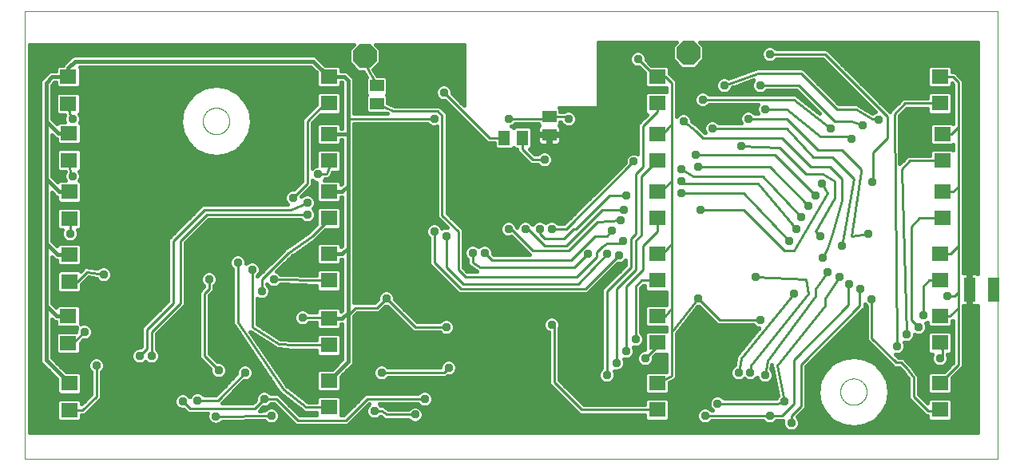
<source format=gtl>
G75*
%MOIN*%
%OFA0B0*%
%FSLAX25Y25*%
%IPPOS*%
%LPD*%
%AMOC8*
5,1,8,0,0,1.08239X$1,22.5*
%
%ADD10C,0.00000*%
%ADD11R,0.05906X0.05118*%
%ADD12R,0.07098X0.06299*%
%ADD13R,0.05118X0.06299*%
%ADD14OC8,0.10000*%
%ADD15R,0.05000X0.10000*%
%ADD16C,0.01000*%
%ADD17C,0.03762*%
%ADD18C,0.02400*%
%ADD19C,0.01600*%
D10*
X0001800Y0001100D02*
X0001800Y0188061D01*
X0407901Y0188061D01*
X0407961Y0188101D02*
X0408039Y0001000D01*
X0408001Y0001000D02*
X0001800Y0001100D01*
X0076288Y0142100D02*
X0076290Y0142248D01*
X0076296Y0142396D01*
X0076306Y0142544D01*
X0076320Y0142691D01*
X0076338Y0142838D01*
X0076359Y0142984D01*
X0076385Y0143130D01*
X0076415Y0143275D01*
X0076448Y0143419D01*
X0076486Y0143562D01*
X0076527Y0143704D01*
X0076572Y0143845D01*
X0076620Y0143985D01*
X0076673Y0144124D01*
X0076729Y0144261D01*
X0076789Y0144396D01*
X0076852Y0144530D01*
X0076919Y0144662D01*
X0076990Y0144792D01*
X0077064Y0144920D01*
X0077141Y0145046D01*
X0077222Y0145170D01*
X0077306Y0145292D01*
X0077393Y0145411D01*
X0077484Y0145528D01*
X0077578Y0145643D01*
X0077674Y0145755D01*
X0077774Y0145865D01*
X0077876Y0145971D01*
X0077982Y0146075D01*
X0078090Y0146176D01*
X0078201Y0146274D01*
X0078314Y0146370D01*
X0078430Y0146462D01*
X0078548Y0146551D01*
X0078669Y0146636D01*
X0078792Y0146719D01*
X0078917Y0146798D01*
X0079044Y0146874D01*
X0079173Y0146946D01*
X0079304Y0147015D01*
X0079437Y0147080D01*
X0079572Y0147141D01*
X0079708Y0147199D01*
X0079845Y0147254D01*
X0079984Y0147304D01*
X0080125Y0147351D01*
X0080266Y0147394D01*
X0080409Y0147434D01*
X0080553Y0147469D01*
X0080697Y0147501D01*
X0080843Y0147528D01*
X0080989Y0147552D01*
X0081136Y0147572D01*
X0081283Y0147588D01*
X0081430Y0147600D01*
X0081578Y0147608D01*
X0081726Y0147612D01*
X0081874Y0147612D01*
X0082022Y0147608D01*
X0082170Y0147600D01*
X0082317Y0147588D01*
X0082464Y0147572D01*
X0082611Y0147552D01*
X0082757Y0147528D01*
X0082903Y0147501D01*
X0083047Y0147469D01*
X0083191Y0147434D01*
X0083334Y0147394D01*
X0083475Y0147351D01*
X0083616Y0147304D01*
X0083755Y0147254D01*
X0083892Y0147199D01*
X0084028Y0147141D01*
X0084163Y0147080D01*
X0084296Y0147015D01*
X0084427Y0146946D01*
X0084556Y0146874D01*
X0084683Y0146798D01*
X0084808Y0146719D01*
X0084931Y0146636D01*
X0085052Y0146551D01*
X0085170Y0146462D01*
X0085286Y0146370D01*
X0085399Y0146274D01*
X0085510Y0146176D01*
X0085618Y0146075D01*
X0085724Y0145971D01*
X0085826Y0145865D01*
X0085926Y0145755D01*
X0086022Y0145643D01*
X0086116Y0145528D01*
X0086207Y0145411D01*
X0086294Y0145292D01*
X0086378Y0145170D01*
X0086459Y0145046D01*
X0086536Y0144920D01*
X0086610Y0144792D01*
X0086681Y0144662D01*
X0086748Y0144530D01*
X0086811Y0144396D01*
X0086871Y0144261D01*
X0086927Y0144124D01*
X0086980Y0143985D01*
X0087028Y0143845D01*
X0087073Y0143704D01*
X0087114Y0143562D01*
X0087152Y0143419D01*
X0087185Y0143275D01*
X0087215Y0143130D01*
X0087241Y0142984D01*
X0087262Y0142838D01*
X0087280Y0142691D01*
X0087294Y0142544D01*
X0087304Y0142396D01*
X0087310Y0142248D01*
X0087312Y0142100D01*
X0087310Y0141952D01*
X0087304Y0141804D01*
X0087294Y0141656D01*
X0087280Y0141509D01*
X0087262Y0141362D01*
X0087241Y0141216D01*
X0087215Y0141070D01*
X0087185Y0140925D01*
X0087152Y0140781D01*
X0087114Y0140638D01*
X0087073Y0140496D01*
X0087028Y0140355D01*
X0086980Y0140215D01*
X0086927Y0140076D01*
X0086871Y0139939D01*
X0086811Y0139804D01*
X0086748Y0139670D01*
X0086681Y0139538D01*
X0086610Y0139408D01*
X0086536Y0139280D01*
X0086459Y0139154D01*
X0086378Y0139030D01*
X0086294Y0138908D01*
X0086207Y0138789D01*
X0086116Y0138672D01*
X0086022Y0138557D01*
X0085926Y0138445D01*
X0085826Y0138335D01*
X0085724Y0138229D01*
X0085618Y0138125D01*
X0085510Y0138024D01*
X0085399Y0137926D01*
X0085286Y0137830D01*
X0085170Y0137738D01*
X0085052Y0137649D01*
X0084931Y0137564D01*
X0084808Y0137481D01*
X0084683Y0137402D01*
X0084556Y0137326D01*
X0084427Y0137254D01*
X0084296Y0137185D01*
X0084163Y0137120D01*
X0084028Y0137059D01*
X0083892Y0137001D01*
X0083755Y0136946D01*
X0083616Y0136896D01*
X0083475Y0136849D01*
X0083334Y0136806D01*
X0083191Y0136766D01*
X0083047Y0136731D01*
X0082903Y0136699D01*
X0082757Y0136672D01*
X0082611Y0136648D01*
X0082464Y0136628D01*
X0082317Y0136612D01*
X0082170Y0136600D01*
X0082022Y0136592D01*
X0081874Y0136588D01*
X0081726Y0136588D01*
X0081578Y0136592D01*
X0081430Y0136600D01*
X0081283Y0136612D01*
X0081136Y0136628D01*
X0080989Y0136648D01*
X0080843Y0136672D01*
X0080697Y0136699D01*
X0080553Y0136731D01*
X0080409Y0136766D01*
X0080266Y0136806D01*
X0080125Y0136849D01*
X0079984Y0136896D01*
X0079845Y0136946D01*
X0079708Y0137001D01*
X0079572Y0137059D01*
X0079437Y0137120D01*
X0079304Y0137185D01*
X0079173Y0137254D01*
X0079044Y0137326D01*
X0078917Y0137402D01*
X0078792Y0137481D01*
X0078669Y0137564D01*
X0078548Y0137649D01*
X0078430Y0137738D01*
X0078314Y0137830D01*
X0078201Y0137926D01*
X0078090Y0138024D01*
X0077982Y0138125D01*
X0077876Y0138229D01*
X0077774Y0138335D01*
X0077674Y0138445D01*
X0077578Y0138557D01*
X0077484Y0138672D01*
X0077393Y0138789D01*
X0077306Y0138908D01*
X0077222Y0139030D01*
X0077141Y0139154D01*
X0077064Y0139280D01*
X0076990Y0139408D01*
X0076919Y0139538D01*
X0076852Y0139670D01*
X0076789Y0139804D01*
X0076729Y0139939D01*
X0076673Y0140076D01*
X0076620Y0140215D01*
X0076572Y0140355D01*
X0076527Y0140496D01*
X0076486Y0140638D01*
X0076448Y0140781D01*
X0076415Y0140925D01*
X0076385Y0141070D01*
X0076359Y0141216D01*
X0076338Y0141362D01*
X0076320Y0141509D01*
X0076306Y0141656D01*
X0076296Y0141804D01*
X0076290Y0141952D01*
X0076288Y0142100D01*
X0342288Y0029000D02*
X0342290Y0029148D01*
X0342296Y0029296D01*
X0342306Y0029444D01*
X0342320Y0029591D01*
X0342338Y0029738D01*
X0342359Y0029884D01*
X0342385Y0030030D01*
X0342415Y0030175D01*
X0342448Y0030319D01*
X0342486Y0030462D01*
X0342527Y0030604D01*
X0342572Y0030745D01*
X0342620Y0030885D01*
X0342673Y0031024D01*
X0342729Y0031161D01*
X0342789Y0031296D01*
X0342852Y0031430D01*
X0342919Y0031562D01*
X0342990Y0031692D01*
X0343064Y0031820D01*
X0343141Y0031946D01*
X0343222Y0032070D01*
X0343306Y0032192D01*
X0343393Y0032311D01*
X0343484Y0032428D01*
X0343578Y0032543D01*
X0343674Y0032655D01*
X0343774Y0032765D01*
X0343876Y0032871D01*
X0343982Y0032975D01*
X0344090Y0033076D01*
X0344201Y0033174D01*
X0344314Y0033270D01*
X0344430Y0033362D01*
X0344548Y0033451D01*
X0344669Y0033536D01*
X0344792Y0033619D01*
X0344917Y0033698D01*
X0345044Y0033774D01*
X0345173Y0033846D01*
X0345304Y0033915D01*
X0345437Y0033980D01*
X0345572Y0034041D01*
X0345708Y0034099D01*
X0345845Y0034154D01*
X0345984Y0034204D01*
X0346125Y0034251D01*
X0346266Y0034294D01*
X0346409Y0034334D01*
X0346553Y0034369D01*
X0346697Y0034401D01*
X0346843Y0034428D01*
X0346989Y0034452D01*
X0347136Y0034472D01*
X0347283Y0034488D01*
X0347430Y0034500D01*
X0347578Y0034508D01*
X0347726Y0034512D01*
X0347874Y0034512D01*
X0348022Y0034508D01*
X0348170Y0034500D01*
X0348317Y0034488D01*
X0348464Y0034472D01*
X0348611Y0034452D01*
X0348757Y0034428D01*
X0348903Y0034401D01*
X0349047Y0034369D01*
X0349191Y0034334D01*
X0349334Y0034294D01*
X0349475Y0034251D01*
X0349616Y0034204D01*
X0349755Y0034154D01*
X0349892Y0034099D01*
X0350028Y0034041D01*
X0350163Y0033980D01*
X0350296Y0033915D01*
X0350427Y0033846D01*
X0350556Y0033774D01*
X0350683Y0033698D01*
X0350808Y0033619D01*
X0350931Y0033536D01*
X0351052Y0033451D01*
X0351170Y0033362D01*
X0351286Y0033270D01*
X0351399Y0033174D01*
X0351510Y0033076D01*
X0351618Y0032975D01*
X0351724Y0032871D01*
X0351826Y0032765D01*
X0351926Y0032655D01*
X0352022Y0032543D01*
X0352116Y0032428D01*
X0352207Y0032311D01*
X0352294Y0032192D01*
X0352378Y0032070D01*
X0352459Y0031946D01*
X0352536Y0031820D01*
X0352610Y0031692D01*
X0352681Y0031562D01*
X0352748Y0031430D01*
X0352811Y0031296D01*
X0352871Y0031161D01*
X0352927Y0031024D01*
X0352980Y0030885D01*
X0353028Y0030745D01*
X0353073Y0030604D01*
X0353114Y0030462D01*
X0353152Y0030319D01*
X0353185Y0030175D01*
X0353215Y0030030D01*
X0353241Y0029884D01*
X0353262Y0029738D01*
X0353280Y0029591D01*
X0353294Y0029444D01*
X0353304Y0029296D01*
X0353310Y0029148D01*
X0353312Y0029000D01*
X0353310Y0028852D01*
X0353304Y0028704D01*
X0353294Y0028556D01*
X0353280Y0028409D01*
X0353262Y0028262D01*
X0353241Y0028116D01*
X0353215Y0027970D01*
X0353185Y0027825D01*
X0353152Y0027681D01*
X0353114Y0027538D01*
X0353073Y0027396D01*
X0353028Y0027255D01*
X0352980Y0027115D01*
X0352927Y0026976D01*
X0352871Y0026839D01*
X0352811Y0026704D01*
X0352748Y0026570D01*
X0352681Y0026438D01*
X0352610Y0026308D01*
X0352536Y0026180D01*
X0352459Y0026054D01*
X0352378Y0025930D01*
X0352294Y0025808D01*
X0352207Y0025689D01*
X0352116Y0025572D01*
X0352022Y0025457D01*
X0351926Y0025345D01*
X0351826Y0025235D01*
X0351724Y0025129D01*
X0351618Y0025025D01*
X0351510Y0024924D01*
X0351399Y0024826D01*
X0351286Y0024730D01*
X0351170Y0024638D01*
X0351052Y0024549D01*
X0350931Y0024464D01*
X0350808Y0024381D01*
X0350683Y0024302D01*
X0350556Y0024226D01*
X0350427Y0024154D01*
X0350296Y0024085D01*
X0350163Y0024020D01*
X0350028Y0023959D01*
X0349892Y0023901D01*
X0349755Y0023846D01*
X0349616Y0023796D01*
X0349475Y0023749D01*
X0349334Y0023706D01*
X0349191Y0023666D01*
X0349047Y0023631D01*
X0348903Y0023599D01*
X0348757Y0023572D01*
X0348611Y0023548D01*
X0348464Y0023528D01*
X0348317Y0023512D01*
X0348170Y0023500D01*
X0348022Y0023492D01*
X0347874Y0023488D01*
X0347726Y0023488D01*
X0347578Y0023492D01*
X0347430Y0023500D01*
X0347283Y0023512D01*
X0347136Y0023528D01*
X0346989Y0023548D01*
X0346843Y0023572D01*
X0346697Y0023599D01*
X0346553Y0023631D01*
X0346409Y0023666D01*
X0346266Y0023706D01*
X0346125Y0023749D01*
X0345984Y0023796D01*
X0345845Y0023846D01*
X0345708Y0023901D01*
X0345572Y0023959D01*
X0345437Y0024020D01*
X0345304Y0024085D01*
X0345173Y0024154D01*
X0345044Y0024226D01*
X0344917Y0024302D01*
X0344792Y0024381D01*
X0344669Y0024464D01*
X0344548Y0024549D01*
X0344430Y0024638D01*
X0344314Y0024730D01*
X0344201Y0024826D01*
X0344090Y0024924D01*
X0343982Y0025025D01*
X0343876Y0025129D01*
X0343774Y0025235D01*
X0343674Y0025345D01*
X0343578Y0025457D01*
X0343484Y0025572D01*
X0343393Y0025689D01*
X0343306Y0025808D01*
X0343222Y0025930D01*
X0343141Y0026054D01*
X0343064Y0026180D01*
X0342990Y0026308D01*
X0342919Y0026438D01*
X0342852Y0026570D01*
X0342789Y0026704D01*
X0342729Y0026839D01*
X0342673Y0026976D01*
X0342620Y0027115D01*
X0342572Y0027255D01*
X0342527Y0027396D01*
X0342486Y0027538D01*
X0342448Y0027681D01*
X0342415Y0027825D01*
X0342385Y0027970D01*
X0342359Y0028116D01*
X0342338Y0028262D01*
X0342320Y0028409D01*
X0342306Y0028556D01*
X0342296Y0028704D01*
X0342290Y0028852D01*
X0342288Y0029000D01*
D11*
X0220800Y0136360D03*
X0220800Y0143840D03*
X0148800Y0149360D03*
X0148800Y0156840D03*
D12*
X0128800Y0160698D03*
X0128800Y0149502D03*
X0128800Y0136698D03*
X0128800Y0125502D03*
X0128800Y0112698D03*
X0128800Y0101502D03*
X0128800Y0086698D03*
X0128800Y0075502D03*
X0128800Y0059698D03*
X0128800Y0048502D03*
X0128800Y0033698D03*
X0128800Y0022502D03*
X0020600Y0021302D03*
X0020600Y0032498D03*
X0020000Y0049402D03*
X0020000Y0060598D03*
X0020500Y0075102D03*
X0020500Y0086298D03*
X0020500Y0101302D03*
X0020500Y0112498D03*
X0020400Y0125802D03*
X0020400Y0136998D03*
X0020000Y0149402D03*
X0020000Y0160598D03*
X0265800Y0160698D03*
X0265800Y0149502D03*
X0265800Y0136698D03*
X0265800Y0125502D03*
X0265800Y0112698D03*
X0265800Y0101502D03*
X0265800Y0086698D03*
X0265800Y0075502D03*
X0265800Y0060698D03*
X0265800Y0049502D03*
X0265800Y0032698D03*
X0265800Y0021502D03*
X0383800Y0021502D03*
X0383800Y0032698D03*
X0383800Y0049502D03*
X0383800Y0060698D03*
X0383800Y0075502D03*
X0383800Y0086698D03*
X0384800Y0101502D03*
X0384800Y0112698D03*
X0384800Y0125502D03*
X0384800Y0136698D03*
X0383800Y0149502D03*
X0383800Y0160698D03*
D13*
X0209540Y0135100D03*
X0202060Y0135100D03*
D14*
X0143800Y0169300D03*
X0278800Y0170700D03*
D15*
X0396200Y0071700D03*
X0406200Y0071700D03*
D16*
X0391500Y0070800D02*
X0391500Y0064100D01*
X0388398Y0060998D01*
X0388398Y0060698D01*
X0383800Y0060698D01*
X0376800Y0061100D02*
X0376800Y0073100D01*
X0379202Y0075502D01*
X0383800Y0075502D01*
X0389800Y0069100D02*
X0391500Y0070800D01*
X0391500Y0090000D01*
X0388198Y0086698D01*
X0383800Y0086698D01*
X0386398Y0086698D01*
X0391500Y0090000D02*
X0391500Y0114800D01*
X0389398Y0112698D01*
X0384800Y0112698D01*
X0391500Y0114800D02*
X0391500Y0139700D01*
X0388498Y0136698D01*
X0384800Y0136698D01*
X0387398Y0136698D01*
X0391500Y0139700D02*
X0391500Y0158300D01*
X0389202Y0160598D01*
X0389202Y0160698D01*
X0383800Y0160698D01*
X0383800Y0149502D02*
X0369202Y0149502D01*
X0364800Y0145100D01*
X0365800Y0048100D01*
X0365600Y0041200D02*
X0355400Y0051400D01*
X0355400Y0067600D01*
X0350400Y0065000D02*
X0350400Y0071800D01*
X0350500Y0071900D01*
X0345800Y0074100D02*
X0345700Y0074000D01*
X0345700Y0065200D01*
X0322800Y0042300D01*
X0322800Y0024100D01*
X0317800Y0019100D01*
X0312800Y0019100D01*
X0285800Y0019100D01*
X0291000Y0024100D02*
X0315800Y0024100D01*
X0318800Y0025100D01*
X0315800Y0040100D01*
X0335800Y0065100D01*
X0335800Y0068100D01*
X0341800Y0077100D01*
X0336800Y0079100D02*
X0331800Y0072100D01*
X0331800Y0069100D01*
X0311800Y0042100D01*
X0310800Y0036100D01*
X0304600Y0037100D02*
X0304800Y0040100D01*
X0328800Y0070100D01*
X0327800Y0076100D01*
X0306800Y0077100D01*
X0322800Y0070100D02*
X0300800Y0043100D01*
X0299800Y0037100D01*
X0288800Y0029100D02*
X0276800Y0029100D01*
X0273800Y0032100D01*
X0271800Y0035698D02*
X0265800Y0032698D01*
X0271800Y0035698D02*
X0271800Y0054100D01*
X0282800Y0068100D01*
X0291800Y0059100D01*
X0308800Y0059100D01*
X0271800Y0064100D02*
X0271800Y0054100D01*
X0265800Y0049502D02*
X0265800Y0048100D01*
X0260800Y0043100D01*
X0252800Y0046100D02*
X0252800Y0073100D01*
X0259800Y0080100D01*
X0259800Y0090100D01*
X0265800Y0096100D01*
X0265800Y0101502D01*
X0259300Y0094600D02*
X0256800Y0092100D01*
X0256800Y0080100D01*
X0248800Y0072100D01*
X0248800Y0041100D01*
X0244800Y0036100D02*
X0244800Y0071100D01*
X0254800Y0081100D01*
X0254800Y0093100D01*
X0256800Y0095100D01*
X0256800Y0120100D01*
X0259800Y0123100D01*
X0259800Y0140100D01*
X0265800Y0146100D01*
X0265800Y0149502D01*
X0271800Y0141100D02*
X0271800Y0158100D01*
X0269202Y0160698D01*
X0265800Y0160698D01*
X0265202Y0160698D01*
X0257800Y0168100D01*
X0284800Y0151100D02*
X0322800Y0151100D01*
X0338400Y0138900D01*
X0339800Y0142100D02*
X0346800Y0142100D01*
X0351800Y0140400D01*
X0351600Y0140400D01*
X0355500Y0142900D02*
X0358200Y0142800D01*
X0355500Y0142900D02*
X0348800Y0147100D01*
X0340800Y0147100D01*
X0325800Y0162100D01*
X0307800Y0162100D01*
X0293800Y0157100D01*
X0308800Y0157100D02*
X0324800Y0157100D01*
X0339800Y0142100D01*
X0345300Y0135500D02*
X0334100Y0135500D01*
X0319800Y0147100D01*
X0310800Y0147100D01*
X0303800Y0143100D02*
X0319800Y0143100D01*
X0332800Y0130100D01*
X0342800Y0130100D01*
X0350800Y0122100D01*
X0350800Y0121100D01*
X0346800Y0094100D01*
X0353800Y0095100D01*
X0342800Y0090100D02*
X0347800Y0118100D01*
X0338800Y0127100D01*
X0330800Y0127100D01*
X0319800Y0139100D01*
X0288800Y0139100D01*
X0284800Y0135100D02*
X0281800Y0138100D01*
X0276800Y0142100D01*
X0271800Y0141100D02*
X0268398Y0136698D01*
X0265800Y0136698D01*
X0271800Y0141100D02*
X0271800Y0117100D01*
X0267398Y0112698D01*
X0265800Y0112698D01*
X0271800Y0117100D02*
X0271800Y0091100D01*
X0268398Y0086698D01*
X0265800Y0086698D01*
X0271800Y0091100D02*
X0271800Y0064100D01*
X0269398Y0060698D01*
X0265800Y0060698D01*
X0256800Y0051100D02*
X0256800Y0073100D01*
X0259202Y0075502D01*
X0265800Y0075502D01*
X0249800Y0086100D02*
X0235800Y0072100D01*
X0183800Y0072100D01*
X0172800Y0083100D01*
X0172800Y0096100D01*
X0177800Y0094100D02*
X0177800Y0081100D01*
X0184800Y0074100D01*
X0232800Y0074100D01*
X0244800Y0086700D01*
X0242941Y0089681D02*
X0240619Y0087359D01*
X0240519Y0085464D01*
X0232254Y0077100D01*
X0185800Y0077100D01*
X0182800Y0080100D01*
X0182800Y0096100D01*
X0176081Y0102819D01*
X0176081Y0144459D01*
X0174159Y0146381D01*
X0155779Y0146381D01*
X0148800Y0149360D01*
X0136800Y0143100D02*
X0172800Y0143100D01*
X0176800Y0154100D02*
X0195800Y0135100D01*
X0202060Y0135100D01*
X0209540Y0135100D02*
X0209540Y0130360D01*
X0213800Y0126100D01*
X0218800Y0126100D01*
X0227800Y0136100D02*
X0227540Y0136360D01*
X0220800Y0136360D01*
X0220060Y0143100D02*
X0220800Y0143840D01*
X0228060Y0143840D01*
X0228800Y0143100D01*
X0220060Y0143100D02*
X0203800Y0143100D01*
X0227800Y0097100D02*
X0256000Y0125200D01*
X0260898Y0120600D02*
X0265800Y0125502D01*
X0260898Y0120600D02*
X0260800Y0120600D01*
X0259300Y0119100D01*
X0259300Y0094600D01*
X0251600Y0092000D02*
X0250800Y0091100D01*
X0247800Y0091100D01*
X0244981Y0091081D01*
X0242941Y0089681D01*
X0244800Y0094100D02*
X0239800Y0094100D01*
X0229800Y0084100D01*
X0196800Y0084100D01*
X0193800Y0087100D01*
X0188800Y0087100D02*
X0188800Y0083100D01*
X0191800Y0081100D01*
X0231440Y0081100D01*
X0237120Y0086780D01*
X0228800Y0088100D02*
X0240800Y0100100D01*
X0250600Y0100500D01*
X0252000Y0105100D02*
X0242800Y0105100D01*
X0227800Y0090100D01*
X0218800Y0090100D01*
X0211800Y0097100D01*
X0210800Y0097100D01*
X0216800Y0097100D02*
X0216800Y0095100D01*
X0218800Y0093100D01*
X0226800Y0093100D01*
X0230800Y0097100D01*
X0231800Y0097100D01*
X0245800Y0111100D01*
X0252800Y0111100D01*
X0275800Y0112100D02*
X0301800Y0112100D01*
X0320800Y0092100D01*
X0318800Y0088100D02*
X0322800Y0088100D01*
X0337100Y0111900D01*
X0334700Y0116100D01*
X0334800Y0120100D02*
X0339800Y0117100D01*
X0339800Y0110100D01*
X0331800Y0096100D01*
X0333900Y0094100D01*
X0338800Y0095100D02*
X0342800Y0109100D01*
X0342800Y0118100D01*
X0337800Y0123100D01*
X0329800Y0123100D01*
X0317800Y0135100D01*
X0284800Y0135100D01*
X0281800Y0128100D02*
X0314800Y0128100D01*
X0331800Y0111100D01*
X0328800Y0106600D02*
X0312800Y0123100D01*
X0282800Y0123100D01*
X0280800Y0119100D02*
X0275800Y0122100D01*
X0280800Y0119100D02*
X0309800Y0119100D01*
X0325800Y0102100D01*
X0323800Y0097100D02*
X0307800Y0116100D01*
X0276800Y0116100D01*
X0275800Y0117100D01*
X0283800Y0105100D02*
X0301800Y0105100D01*
X0318800Y0088100D01*
X0334800Y0085100D02*
X0336800Y0089100D01*
X0338800Y0095100D01*
X0371800Y0098100D02*
X0371800Y0059100D01*
X0374800Y0056100D01*
X0369800Y0053100D02*
X0367800Y0122100D01*
X0371202Y0125502D01*
X0384800Y0125502D01*
X0361800Y0135100D02*
X0361800Y0144100D01*
X0335800Y0170100D01*
X0312800Y0170100D01*
X0345300Y0135500D02*
X0346900Y0134500D01*
X0355800Y0129100D02*
X0361800Y0135100D01*
X0355800Y0129100D02*
X0355800Y0117100D01*
X0355600Y0116800D01*
X0334800Y0120100D02*
X0327800Y0120100D01*
X0316800Y0131100D01*
X0300800Y0131500D01*
X0371800Y0098100D02*
X0375202Y0101502D01*
X0384800Y0101502D01*
X0386800Y0069100D02*
X0389800Y0069100D01*
X0391500Y0064100D02*
X0391500Y0040398D01*
X0383800Y0032698D01*
X0372800Y0035100D02*
X0372800Y0027100D01*
X0378800Y0021100D01*
X0383398Y0021100D01*
X0383800Y0021502D01*
X0372800Y0035100D02*
X0369800Y0039100D01*
X0367700Y0041200D01*
X0365600Y0041200D01*
X0383800Y0043100D02*
X0384800Y0044100D01*
X0384800Y0046100D01*
X0383800Y0049502D01*
X0350400Y0065000D02*
X0325800Y0040400D01*
X0325800Y0023100D01*
X0321800Y0019100D01*
X0321800Y0016100D01*
X0265800Y0021502D02*
X0234398Y0021502D01*
X0222800Y0033100D01*
X0222800Y0056100D01*
X0221800Y0057100D01*
X0218800Y0038100D02*
X0188800Y0038100D01*
X0175800Y0051100D01*
X0160900Y0052800D01*
X0164800Y0056100D02*
X0152800Y0068100D01*
X0148800Y0064100D01*
X0139800Y0064100D01*
X0136800Y0061100D01*
X0128800Y0059698D02*
X0128398Y0060100D01*
X0117800Y0060100D01*
X0107800Y0049100D02*
X0096800Y0056100D01*
X0096800Y0080100D01*
X0090800Y0083100D02*
X0090800Y0058100D01*
X0109800Y0030100D01*
X0119398Y0022502D01*
X0128800Y0022502D01*
X0135800Y0017100D02*
X0144800Y0026100D01*
X0168800Y0026100D01*
X0164800Y0019500D02*
X0152800Y0019500D01*
X0150800Y0021100D01*
X0147800Y0021100D01*
X0135800Y0017100D02*
X0115800Y0017100D01*
X0106800Y0026100D01*
X0101800Y0026100D01*
X0097800Y0022100D01*
X0070800Y0022100D01*
X0067800Y0025100D01*
X0074000Y0025400D02*
X0082600Y0025400D01*
X0093800Y0037100D01*
X0101800Y0034100D02*
X0103800Y0032100D01*
X0103800Y0031100D01*
X0115800Y0033100D02*
X0122800Y0042100D01*
X0128800Y0048502D02*
X0114398Y0048502D01*
X0107800Y0049100D01*
X0082800Y0038100D02*
X0076800Y0044100D01*
X0076800Y0070100D01*
X0078800Y0072100D01*
X0078800Y0076100D01*
X0100800Y0076100D02*
X0100800Y0071100D01*
X0100800Y0076100D02*
X0111800Y0087100D01*
X0121800Y0094100D01*
X0128800Y0101100D01*
X0128800Y0101502D01*
X0119800Y0103100D02*
X0077800Y0103100D01*
X0066800Y0092100D01*
X0066800Y0066100D01*
X0054800Y0054100D01*
X0054800Y0044100D01*
X0052800Y0047100D02*
X0052800Y0055100D01*
X0063800Y0066100D01*
X0063800Y0092100D01*
X0076800Y0105100D01*
X0112800Y0105100D01*
X0119800Y0108100D01*
X0113800Y0110100D02*
X0119800Y0116100D01*
X0119800Y0142100D01*
X0127202Y0149502D01*
X0128800Y0149502D01*
X0148800Y0156840D02*
X0143800Y0165840D01*
X0143800Y0169300D01*
X0128800Y0125502D02*
X0129202Y0123502D01*
X0127800Y0120100D01*
X0124400Y0119900D01*
X0203800Y0097100D02*
X0204800Y0097100D01*
X0213800Y0088100D01*
X0228800Y0088100D01*
X0244800Y0094100D02*
X0246900Y0096400D01*
X0227800Y0097100D02*
X0221800Y0097100D01*
X0177800Y0056100D02*
X0164800Y0056100D01*
X0178800Y0039100D02*
X0176800Y0037100D01*
X0150800Y0037100D01*
X0104800Y0019100D02*
X0081600Y0018800D01*
X0039800Y0023100D02*
X0036800Y0023100D01*
X0034800Y0025100D01*
X0034800Y0034100D01*
X0031800Y0040100D02*
X0031800Y0027100D01*
X0026002Y0021302D01*
X0020600Y0021302D01*
X0049800Y0044100D02*
X0052800Y0047100D01*
X0026800Y0054100D02*
X0022102Y0049402D01*
X0020000Y0049402D01*
X0020500Y0075102D02*
X0023802Y0075102D01*
X0027800Y0079100D01*
X0034800Y0078100D01*
X0020800Y0095100D02*
X0020800Y0101002D01*
X0020500Y0101302D01*
X0021800Y0119100D02*
X0021098Y0120802D01*
X0020400Y0125802D01*
X0021800Y0143100D02*
X0020498Y0145402D01*
X0020000Y0149402D01*
X0105800Y0076100D02*
X0126202Y0075502D01*
X0128800Y0075502D01*
X0226800Y0038100D02*
X0235800Y0029100D01*
X0248800Y0029100D01*
D17*
X0248800Y0029100D03*
X0244800Y0036100D03*
X0248800Y0041100D03*
X0252800Y0046100D03*
X0260800Y0043100D03*
X0256800Y0051100D03*
X0226800Y0038100D03*
X0218800Y0038100D03*
X0221800Y0057100D03*
X0177800Y0056100D03*
X0160900Y0052800D03*
X0142800Y0041100D03*
X0150800Y0037100D03*
X0130800Y0042100D03*
X0115800Y0033100D03*
X0103800Y0031100D03*
X0101800Y0026100D03*
X0104800Y0019100D03*
X0081600Y0018800D03*
X0074000Y0025400D03*
X0067800Y0025100D03*
X0073800Y0032100D03*
X0082800Y0038100D03*
X0093800Y0037100D03*
X0054800Y0044100D03*
X0049800Y0044100D03*
X0031800Y0040100D03*
X0026800Y0054100D03*
X0034800Y0078100D03*
X0020800Y0095100D03*
X0021800Y0119100D03*
X0021800Y0143100D03*
X0113800Y0110100D03*
X0119800Y0108100D03*
X0119800Y0103100D03*
X0124400Y0119900D03*
X0172800Y0143100D03*
X0176800Y0154100D03*
X0203800Y0143100D03*
X0227800Y0136100D03*
X0228800Y0143100D03*
X0218800Y0126100D03*
X0252800Y0111100D03*
X0252000Y0105100D03*
X0250600Y0100500D03*
X0246900Y0096400D03*
X0251600Y0092000D03*
X0249800Y0086100D03*
X0244800Y0086700D03*
X0237120Y0086780D03*
X0221800Y0097100D03*
X0216800Y0097100D03*
X0210800Y0097100D03*
X0203800Y0097100D03*
X0193800Y0087100D03*
X0188800Y0087100D03*
X0177800Y0094100D03*
X0172800Y0096100D03*
X0152800Y0068100D03*
X0117800Y0060100D03*
X0100800Y0071100D03*
X0105800Y0076100D03*
X0096800Y0080100D03*
X0090800Y0083100D03*
X0078800Y0076100D03*
X0178800Y0039100D03*
X0168800Y0026100D03*
X0164800Y0019500D03*
X0147800Y0021100D03*
X0039800Y0023100D03*
X0256000Y0125200D03*
X0275800Y0122100D03*
X0282800Y0123100D03*
X0281800Y0128100D03*
X0300800Y0131500D03*
X0288800Y0139100D03*
X0276800Y0142100D03*
X0284800Y0151100D03*
X0293800Y0157100D03*
X0308800Y0157100D03*
X0310800Y0147100D03*
X0303800Y0143100D03*
X0338400Y0138900D03*
X0346900Y0134500D03*
X0351600Y0140400D03*
X0358200Y0142800D03*
X0355600Y0116800D03*
X0334700Y0116100D03*
X0331800Y0111100D03*
X0328800Y0106600D03*
X0325800Y0102100D03*
X0323800Y0097100D03*
X0320800Y0092100D03*
X0333900Y0094100D03*
X0342800Y0090100D03*
X0334800Y0085100D03*
X0336800Y0079100D03*
X0341800Y0077100D03*
X0345800Y0074100D03*
X0350500Y0071900D03*
X0355400Y0067600D03*
X0376800Y0061100D03*
X0374800Y0056100D03*
X0369800Y0053100D03*
X0365800Y0048100D03*
X0383800Y0043100D03*
X0386800Y0069100D03*
X0353800Y0095100D03*
X0306800Y0077100D03*
X0322800Y0070100D03*
X0308800Y0059100D03*
X0282800Y0068100D03*
X0299800Y0037100D03*
X0304600Y0037100D03*
X0310800Y0036100D03*
X0288800Y0029100D03*
X0291000Y0024100D03*
X0285800Y0019100D03*
X0273800Y0032100D03*
X0312800Y0019100D03*
X0321800Y0016100D03*
X0318800Y0025100D03*
X0283800Y0105100D03*
X0275800Y0112100D03*
X0275800Y0117100D03*
X0257800Y0168100D03*
X0312800Y0170100D03*
D18*
X0160900Y0052800D02*
X0150800Y0051100D01*
X0142800Y0043100D01*
X0142800Y0041100D01*
X0130800Y0042100D02*
X0122800Y0042100D01*
D19*
X0124588Y0043752D02*
X0133012Y0043752D01*
X0133949Y0044689D01*
X0133949Y0052314D01*
X0133012Y0053251D01*
X0124588Y0053251D01*
X0123651Y0052314D01*
X0123651Y0050602D01*
X0114494Y0050602D01*
X0108497Y0051145D01*
X0098900Y0057253D01*
X0098900Y0068119D01*
X0100108Y0067619D01*
X0101492Y0067619D01*
X0102772Y0068149D01*
X0103751Y0069128D01*
X0104281Y0070408D01*
X0104281Y0071792D01*
X0103751Y0073072D01*
X0102900Y0073923D01*
X0102900Y0074077D01*
X0103828Y0073149D01*
X0105108Y0072619D01*
X0106492Y0072619D01*
X0107772Y0073149D01*
X0108542Y0073919D01*
X0123651Y0073475D01*
X0123651Y0071689D01*
X0124588Y0070752D01*
X0133012Y0070752D01*
X0133949Y0071689D01*
X0133949Y0079314D01*
X0133012Y0080251D01*
X0124588Y0080251D01*
X0123651Y0079314D01*
X0123651Y0077677D01*
X0108707Y0078116D01*
X0107772Y0079051D01*
X0107029Y0079359D01*
X0113155Y0085485D01*
X0122462Y0092000D01*
X0122670Y0092000D01*
X0123155Y0092485D01*
X0123717Y0092878D01*
X0123753Y0093083D01*
X0127422Y0096752D01*
X0133012Y0096752D01*
X0133949Y0097689D01*
X0133949Y0105314D01*
X0133012Y0106251D01*
X0124588Y0106251D01*
X0123651Y0105314D01*
X0123651Y0098921D01*
X0120445Y0095715D01*
X0111138Y0089200D01*
X0110930Y0089200D01*
X0110445Y0088715D01*
X0109883Y0088322D01*
X0109847Y0088117D01*
X0098900Y0077170D01*
X0098900Y0077277D01*
X0099751Y0078128D01*
X0100281Y0079408D01*
X0100281Y0080792D01*
X0099751Y0082072D01*
X0098772Y0083051D01*
X0097492Y0083581D01*
X0096108Y0083581D01*
X0094828Y0083051D01*
X0094281Y0082504D01*
X0094281Y0083792D01*
X0093751Y0085072D01*
X0092772Y0086051D01*
X0091492Y0086581D01*
X0090108Y0086581D01*
X0088828Y0086051D01*
X0087849Y0085072D01*
X0087319Y0083792D01*
X0087319Y0082408D01*
X0087849Y0081128D01*
X0088700Y0080277D01*
X0088700Y0058299D01*
X0088574Y0057641D01*
X0088700Y0057455D01*
X0088700Y0057230D01*
X0089174Y0056756D01*
X0107773Y0029346D01*
X0107815Y0028993D01*
X0108244Y0028654D01*
X0108551Y0028201D01*
X0108900Y0028134D01*
X0118000Y0020931D01*
X0118529Y0020402D01*
X0118668Y0020402D01*
X0118777Y0020315D01*
X0119520Y0020402D01*
X0123651Y0020402D01*
X0123651Y0019200D01*
X0116670Y0019200D01*
X0107670Y0028200D01*
X0104623Y0028200D01*
X0103772Y0029051D01*
X0102492Y0029581D01*
X0101108Y0029581D01*
X0099828Y0029051D01*
X0098849Y0028072D01*
X0098319Y0026792D01*
X0098319Y0025589D01*
X0096930Y0024200D01*
X0084370Y0024200D01*
X0084700Y0024530D01*
X0084700Y0024557D01*
X0093375Y0033619D01*
X0094492Y0033619D01*
X0095772Y0034149D01*
X0096751Y0035128D01*
X0097281Y0036408D01*
X0097281Y0037792D01*
X0096751Y0039072D01*
X0095772Y0040051D01*
X0094492Y0040581D01*
X0093108Y0040581D01*
X0091828Y0040051D01*
X0090849Y0039072D01*
X0090319Y0037792D01*
X0090319Y0036500D01*
X0081703Y0027500D01*
X0076823Y0027500D01*
X0075972Y0028351D01*
X0074692Y0028881D01*
X0073308Y0028881D01*
X0072028Y0028351D01*
X0071049Y0027372D01*
X0070838Y0026862D01*
X0070751Y0027072D01*
X0069772Y0028051D01*
X0068492Y0028581D01*
X0067108Y0028581D01*
X0065828Y0028051D01*
X0064849Y0027072D01*
X0064319Y0025792D01*
X0064319Y0024408D01*
X0064849Y0023128D01*
X0065828Y0022149D01*
X0067108Y0021619D01*
X0068311Y0021619D01*
X0068700Y0021230D01*
X0069930Y0020000D01*
X0078329Y0020000D01*
X0078119Y0019492D01*
X0078119Y0018108D01*
X0078649Y0016828D01*
X0079628Y0015849D01*
X0080908Y0015319D01*
X0082292Y0015319D01*
X0083572Y0015849D01*
X0084460Y0016737D01*
X0102013Y0016964D01*
X0102828Y0016149D01*
X0104108Y0015619D01*
X0105492Y0015619D01*
X0106772Y0016149D01*
X0107751Y0017128D01*
X0108281Y0018408D01*
X0108281Y0019792D01*
X0107751Y0021072D01*
X0106772Y0022051D01*
X0105492Y0022581D01*
X0104108Y0022581D01*
X0102828Y0022051D01*
X0101940Y0021163D01*
X0099805Y0021136D01*
X0101289Y0022619D01*
X0102492Y0022619D01*
X0103772Y0023149D01*
X0104623Y0024000D01*
X0105930Y0024000D01*
X0113700Y0016230D01*
X0114930Y0015000D01*
X0136670Y0015000D01*
X0145670Y0024000D01*
X0145777Y0024000D01*
X0144849Y0023072D01*
X0144319Y0021792D01*
X0144319Y0020408D01*
X0144849Y0019128D01*
X0145828Y0018149D01*
X0147108Y0017619D01*
X0148492Y0017619D01*
X0149772Y0018149D01*
X0150374Y0018751D01*
X0151397Y0017933D01*
X0151930Y0017400D01*
X0152063Y0017400D01*
X0152167Y0017317D01*
X0152916Y0017400D01*
X0161977Y0017400D01*
X0162828Y0016549D01*
X0164108Y0016019D01*
X0165492Y0016019D01*
X0166772Y0016549D01*
X0167751Y0017528D01*
X0168281Y0018808D01*
X0168281Y0020192D01*
X0167751Y0021472D01*
X0166772Y0022451D01*
X0165492Y0022981D01*
X0164108Y0022981D01*
X0162828Y0022451D01*
X0161977Y0021600D01*
X0153537Y0021600D01*
X0152203Y0022667D01*
X0151670Y0023200D01*
X0151537Y0023200D01*
X0151433Y0023283D01*
X0150684Y0023200D01*
X0150623Y0023200D01*
X0149823Y0024000D01*
X0165977Y0024000D01*
X0166828Y0023149D01*
X0168108Y0022619D01*
X0169492Y0022619D01*
X0170772Y0023149D01*
X0171751Y0024128D01*
X0172281Y0025408D01*
X0172281Y0026792D01*
X0171751Y0028072D01*
X0170772Y0029051D01*
X0169492Y0029581D01*
X0168108Y0029581D01*
X0166828Y0029051D01*
X0165977Y0028200D01*
X0143930Y0028200D01*
X0142700Y0026970D01*
X0134930Y0019200D01*
X0133949Y0019200D01*
X0133949Y0026314D01*
X0133012Y0027251D01*
X0124588Y0027251D01*
X0123651Y0026314D01*
X0123651Y0024602D01*
X0120129Y0024602D01*
X0111356Y0031546D01*
X0096120Y0054000D01*
X0096188Y0054000D01*
X0106397Y0047504D01*
X0106744Y0047087D01*
X0107103Y0047055D01*
X0107406Y0046861D01*
X0107936Y0046979D01*
X0113451Y0046479D01*
X0113529Y0046402D01*
X0114303Y0046402D01*
X0115075Y0046332D01*
X0115159Y0046402D01*
X0123651Y0046402D01*
X0123651Y0044689D01*
X0124588Y0043752D01*
X0124080Y0044260D02*
X0102729Y0044260D01*
X0101645Y0045858D02*
X0123651Y0045858D01*
X0123651Y0050654D02*
X0113917Y0050654D01*
X0106758Y0052252D02*
X0123651Y0052252D01*
X0124588Y0054949D02*
X0133012Y0054949D01*
X0133949Y0055886D01*
X0133949Y0057298D01*
X0134400Y0057298D01*
X0134400Y0042693D01*
X0130155Y0038448D01*
X0124588Y0038448D01*
X0123651Y0037511D01*
X0123651Y0029886D01*
X0124588Y0028949D01*
X0133012Y0028949D01*
X0133949Y0029886D01*
X0133949Y0035454D01*
X0138835Y0040339D01*
X0139200Y0041221D01*
X0139200Y0060530D01*
X0140670Y0062000D01*
X0149670Y0062000D01*
X0150900Y0063230D01*
X0150900Y0063230D01*
X0152289Y0064619D01*
X0153311Y0064619D01*
X0163930Y0054000D01*
X0174977Y0054000D01*
X0175828Y0053149D01*
X0177108Y0052619D01*
X0178492Y0052619D01*
X0179772Y0053149D01*
X0180751Y0054128D01*
X0181281Y0055408D01*
X0181281Y0056792D01*
X0180751Y0058072D01*
X0179772Y0059051D01*
X0178492Y0059581D01*
X0177108Y0059581D01*
X0175828Y0059051D01*
X0174977Y0058200D01*
X0165670Y0058200D01*
X0156281Y0067589D01*
X0156281Y0068792D01*
X0155751Y0070072D01*
X0154772Y0071051D01*
X0153492Y0071581D01*
X0152108Y0071581D01*
X0150828Y0071051D01*
X0149849Y0070072D01*
X0149319Y0068792D01*
X0149319Y0067589D01*
X0147930Y0066200D01*
X0139200Y0066200D01*
X0139200Y0141000D01*
X0169977Y0141000D01*
X0170828Y0140149D01*
X0172108Y0139619D01*
X0173492Y0139619D01*
X0173981Y0139821D01*
X0173981Y0101949D01*
X0178349Y0097581D01*
X0177108Y0097581D01*
X0176123Y0097173D01*
X0175751Y0098072D01*
X0174772Y0099051D01*
X0173492Y0099581D01*
X0172108Y0099581D01*
X0170828Y0099051D01*
X0169849Y0098072D01*
X0169319Y0096792D01*
X0169319Y0095408D01*
X0169849Y0094128D01*
X0170700Y0093277D01*
X0170700Y0082230D01*
X0181700Y0071230D01*
X0182930Y0070000D01*
X0236670Y0070000D01*
X0249289Y0082619D01*
X0250492Y0082619D01*
X0251772Y0083149D01*
X0252700Y0084077D01*
X0252700Y0081970D01*
X0242700Y0071970D01*
X0242700Y0038923D01*
X0241849Y0038072D01*
X0241319Y0036792D01*
X0241319Y0035408D01*
X0241849Y0034128D01*
X0242828Y0033149D01*
X0244108Y0032619D01*
X0245492Y0032619D01*
X0246772Y0033149D01*
X0247751Y0034128D01*
X0248281Y0035408D01*
X0248281Y0036792D01*
X0247904Y0037703D01*
X0248108Y0037619D01*
X0249492Y0037619D01*
X0250772Y0038149D01*
X0251751Y0039128D01*
X0252281Y0040408D01*
X0252281Y0041792D01*
X0251904Y0042703D01*
X0252108Y0042619D01*
X0253492Y0042619D01*
X0254772Y0043149D01*
X0255751Y0044128D01*
X0256281Y0045408D01*
X0256281Y0046792D01*
X0255904Y0047703D01*
X0256108Y0047619D01*
X0257492Y0047619D01*
X0258772Y0048149D01*
X0259751Y0049128D01*
X0260281Y0050408D01*
X0260281Y0051792D01*
X0259751Y0053072D01*
X0258900Y0053923D01*
X0258900Y0072230D01*
X0260071Y0073402D01*
X0260651Y0073402D01*
X0260651Y0071689D01*
X0261588Y0070752D01*
X0269700Y0070752D01*
X0269700Y0065448D01*
X0261588Y0065448D01*
X0260651Y0064511D01*
X0260651Y0056886D01*
X0261588Y0055949D01*
X0269700Y0055949D01*
X0269700Y0054826D01*
X0269611Y0054713D01*
X0269667Y0054251D01*
X0261588Y0054251D01*
X0260651Y0053314D01*
X0260651Y0046581D01*
X0260108Y0046581D01*
X0258828Y0046051D01*
X0257849Y0045072D01*
X0257319Y0043792D01*
X0257319Y0042408D01*
X0257849Y0041128D01*
X0258828Y0040149D01*
X0260108Y0039619D01*
X0261492Y0039619D01*
X0262772Y0040149D01*
X0263751Y0041128D01*
X0264281Y0042408D01*
X0264281Y0043611D01*
X0265422Y0044752D01*
X0269700Y0044752D01*
X0269700Y0037448D01*
X0261588Y0037448D01*
X0260651Y0036511D01*
X0260651Y0028886D01*
X0261588Y0027949D01*
X0270012Y0027949D01*
X0270949Y0028886D01*
X0270949Y0032925D01*
X0272296Y0033598D01*
X0272670Y0033598D01*
X0273044Y0033973D01*
X0273517Y0034209D01*
X0273635Y0034564D01*
X0273900Y0034829D01*
X0273900Y0035358D01*
X0274067Y0035860D01*
X0273900Y0036194D01*
X0273900Y0053374D01*
X0282736Y0064619D01*
X0283311Y0064619D01*
X0289700Y0058230D01*
X0290930Y0057000D01*
X0305977Y0057000D01*
X0306828Y0056149D01*
X0308108Y0055619D01*
X0308292Y0055619D01*
X0299350Y0044645D01*
X0298872Y0044303D01*
X0298820Y0043995D01*
X0298623Y0043752D01*
X0298682Y0043167D01*
X0298188Y0040200D01*
X0297828Y0040051D01*
X0296849Y0039072D01*
X0296319Y0037792D01*
X0296319Y0036408D01*
X0296849Y0035128D01*
X0297828Y0034149D01*
X0299108Y0033619D01*
X0300492Y0033619D01*
X0301772Y0034149D01*
X0302200Y0034577D01*
X0302628Y0034149D01*
X0303908Y0033619D01*
X0305292Y0033619D01*
X0306572Y0034149D01*
X0307469Y0035046D01*
X0307849Y0034128D01*
X0308828Y0033149D01*
X0310108Y0032619D01*
X0311492Y0032619D01*
X0312772Y0033149D01*
X0313751Y0034128D01*
X0314281Y0035408D01*
X0314281Y0036792D01*
X0313751Y0038072D01*
X0313328Y0038495D01*
X0313624Y0040271D01*
X0313723Y0039777D01*
X0313809Y0039004D01*
X0313891Y0038938D01*
X0316195Y0027418D01*
X0315849Y0027072D01*
X0315492Y0026211D01*
X0315459Y0026200D01*
X0293823Y0026200D01*
X0292972Y0027051D01*
X0291692Y0027581D01*
X0290308Y0027581D01*
X0289028Y0027051D01*
X0288049Y0026072D01*
X0287519Y0024792D01*
X0287519Y0023408D01*
X0288049Y0022128D01*
X0288977Y0021200D01*
X0288623Y0021200D01*
X0287772Y0022051D01*
X0286492Y0022581D01*
X0285108Y0022581D01*
X0283828Y0022051D01*
X0282849Y0021072D01*
X0282319Y0019792D01*
X0282319Y0018408D01*
X0282849Y0017128D01*
X0283828Y0016149D01*
X0285108Y0015619D01*
X0286492Y0015619D01*
X0287772Y0016149D01*
X0288623Y0017000D01*
X0309977Y0017000D01*
X0310828Y0016149D01*
X0312108Y0015619D01*
X0313492Y0015619D01*
X0314772Y0016149D01*
X0315623Y0017000D01*
X0318405Y0017000D01*
X0318319Y0016792D01*
X0318319Y0015408D01*
X0318849Y0014128D01*
X0319828Y0013149D01*
X0321108Y0012619D01*
X0322492Y0012619D01*
X0323772Y0013149D01*
X0324751Y0014128D01*
X0325281Y0015408D01*
X0325281Y0016792D01*
X0324751Y0018072D01*
X0324246Y0018577D01*
X0326670Y0021000D01*
X0327900Y0022230D01*
X0327900Y0039530D01*
X0351270Y0062900D01*
X0352500Y0064130D01*
X0352500Y0065577D01*
X0353300Y0064777D01*
X0353300Y0050530D01*
X0363500Y0040330D01*
X0364730Y0039100D01*
X0366830Y0039100D01*
X0368210Y0037721D01*
X0370700Y0034400D01*
X0370700Y0026230D01*
X0371930Y0025000D01*
X0377930Y0019000D01*
X0378651Y0019000D01*
X0378651Y0017689D01*
X0379588Y0016752D01*
X0388012Y0016752D01*
X0388949Y0017689D01*
X0388949Y0025314D01*
X0388012Y0026251D01*
X0379588Y0026251D01*
X0378651Y0025314D01*
X0378651Y0024219D01*
X0374900Y0027970D01*
X0374900Y0034951D01*
X0375002Y0035664D01*
X0374900Y0035800D01*
X0374900Y0035970D01*
X0374390Y0036479D01*
X0371900Y0039800D01*
X0371900Y0039970D01*
X0371390Y0040479D01*
X0370958Y0041056D01*
X0370790Y0041080D01*
X0368570Y0043300D01*
X0366470Y0043300D01*
X0365151Y0044619D01*
X0366492Y0044619D01*
X0367772Y0045149D01*
X0368751Y0046128D01*
X0369281Y0047408D01*
X0369281Y0048792D01*
X0368904Y0049703D01*
X0369108Y0049619D01*
X0370492Y0049619D01*
X0371772Y0050149D01*
X0372751Y0051128D01*
X0373281Y0052408D01*
X0373281Y0052961D01*
X0374108Y0052619D01*
X0375492Y0052619D01*
X0376772Y0053149D01*
X0377751Y0054128D01*
X0378281Y0055408D01*
X0378281Y0056792D01*
X0377873Y0057777D01*
X0378651Y0058099D01*
X0378651Y0056886D01*
X0379588Y0055949D01*
X0388012Y0055949D01*
X0388949Y0056886D01*
X0388949Y0058598D01*
X0389268Y0058598D01*
X0389400Y0058730D01*
X0389400Y0041268D01*
X0385580Y0037448D01*
X0379588Y0037448D01*
X0378651Y0036511D01*
X0378651Y0028886D01*
X0379588Y0027949D01*
X0388012Y0027949D01*
X0388949Y0028886D01*
X0388949Y0034878D01*
X0393600Y0039529D01*
X0393600Y0064900D01*
X0395750Y0064900D01*
X0395750Y0071250D01*
X0396650Y0071250D01*
X0396650Y0064900D01*
X0398937Y0064900D01*
X0399395Y0065023D01*
X0399500Y0065083D01*
X0399500Y0012100D01*
X0004100Y0012100D01*
X0004100Y0174100D01*
X0139266Y0174100D01*
X0137200Y0172034D01*
X0137200Y0166566D01*
X0141066Y0162700D01*
X0143142Y0162700D01*
X0144479Y0160294D01*
X0144247Y0160062D01*
X0144247Y0153618D01*
X0144766Y0153100D01*
X0144247Y0152582D01*
X0144247Y0146138D01*
X0145184Y0145201D01*
X0152415Y0145201D01*
X0152649Y0145434D01*
X0153197Y0145200D01*
X0139200Y0145200D01*
X0139200Y0159577D01*
X0138835Y0160459D01*
X0136561Y0162733D01*
X0135679Y0163098D01*
X0133949Y0163098D01*
X0133949Y0164511D01*
X0133012Y0165448D01*
X0127445Y0165448D01*
X0123758Y0169135D01*
X0122876Y0169500D01*
X0022323Y0169500D01*
X0021441Y0169135D01*
X0020765Y0168459D01*
X0017965Y0165659D01*
X0017836Y0165348D01*
X0015788Y0165348D01*
X0014851Y0164411D01*
X0014851Y0162998D01*
X0012821Y0162998D01*
X0011939Y0162633D01*
X0009441Y0160135D01*
X0009441Y0160135D01*
X0008765Y0159459D01*
X0008400Y0158577D01*
X0008400Y0041821D01*
X0008765Y0040939D01*
X0015451Y0034254D01*
X0015451Y0028686D01*
X0016388Y0027749D01*
X0024812Y0027749D01*
X0025749Y0028686D01*
X0025749Y0036311D01*
X0024812Y0037248D01*
X0019245Y0037248D01*
X0013200Y0043293D01*
X0013200Y0059306D01*
X0013942Y0058564D01*
X0014824Y0058198D01*
X0014851Y0058198D01*
X0014851Y0056786D01*
X0015788Y0055849D01*
X0023756Y0055849D01*
X0023319Y0054792D01*
X0023319Y0054151D01*
X0015788Y0054151D01*
X0014851Y0053214D01*
X0014851Y0045589D01*
X0015788Y0044652D01*
X0024212Y0044652D01*
X0025149Y0045589D01*
X0025149Y0049479D01*
X0026289Y0050619D01*
X0027492Y0050619D01*
X0028772Y0051149D01*
X0029751Y0052128D01*
X0030281Y0053408D01*
X0030281Y0054792D01*
X0029751Y0056072D01*
X0028772Y0057051D01*
X0027492Y0057581D01*
X0026108Y0057581D01*
X0025149Y0057184D01*
X0025149Y0064411D01*
X0024212Y0065348D01*
X0015788Y0065348D01*
X0014867Y0064427D01*
X0013200Y0066094D01*
X0013200Y0085306D01*
X0014242Y0084264D01*
X0015124Y0083898D01*
X0015351Y0083898D01*
X0015351Y0082486D01*
X0016288Y0081549D01*
X0024712Y0081549D01*
X0025649Y0082486D01*
X0025649Y0090111D01*
X0024712Y0091048D01*
X0016288Y0091048D01*
X0015351Y0090111D01*
X0015351Y0089943D01*
X0013200Y0092094D01*
X0013200Y0112306D01*
X0015042Y0110464D01*
X0015351Y0110336D01*
X0015351Y0108686D01*
X0016288Y0107749D01*
X0024712Y0107749D01*
X0025649Y0108686D01*
X0025649Y0116311D01*
X0024775Y0117185D01*
X0025281Y0118408D01*
X0025281Y0119792D01*
X0024751Y0121072D01*
X0024691Y0121132D01*
X0025549Y0121989D01*
X0025549Y0129614D01*
X0024612Y0130551D01*
X0016188Y0130551D01*
X0015251Y0129614D01*
X0015251Y0121989D01*
X0016188Y0121052D01*
X0018841Y0121052D01*
X0018319Y0119792D01*
X0018319Y0118408D01*
X0018799Y0117248D01*
X0016288Y0117248D01*
X0015667Y0116627D01*
X0013200Y0119094D01*
X0013200Y0136306D01*
X0014542Y0134964D01*
X0015251Y0134670D01*
X0015251Y0133186D01*
X0016188Y0132249D01*
X0024612Y0132249D01*
X0025549Y0133186D01*
X0025549Y0140811D01*
X0024892Y0141468D01*
X0025281Y0142408D01*
X0025281Y0143792D01*
X0024751Y0145072D01*
X0024691Y0145132D01*
X0025149Y0145589D01*
X0025149Y0153214D01*
X0024212Y0154151D01*
X0015788Y0154151D01*
X0014851Y0153214D01*
X0014851Y0145589D01*
X0015788Y0144652D01*
X0018476Y0144652D01*
X0018522Y0144282D01*
X0018319Y0143792D01*
X0018319Y0142408D01*
X0018592Y0141748D01*
X0016188Y0141748D01*
X0015367Y0140927D01*
X0013200Y0143094D01*
X0013200Y0157106D01*
X0014293Y0158198D01*
X0014851Y0158198D01*
X0014851Y0156786D01*
X0015788Y0155849D01*
X0024212Y0155849D01*
X0025149Y0156786D01*
X0025149Y0164411D01*
X0024860Y0164700D01*
X0121404Y0164700D01*
X0123651Y0162454D01*
X0123651Y0156886D01*
X0124588Y0155949D01*
X0133012Y0155949D01*
X0133949Y0156886D01*
X0133949Y0158298D01*
X0134207Y0158298D01*
X0134400Y0158106D01*
X0134400Y0139098D01*
X0133949Y0139098D01*
X0133949Y0140511D01*
X0133012Y0141448D01*
X0124588Y0141448D01*
X0123651Y0140511D01*
X0123651Y0132886D01*
X0124588Y0131949D01*
X0133012Y0131949D01*
X0133949Y0132886D01*
X0133949Y0134298D01*
X0134400Y0134298D01*
X0134400Y0116094D01*
X0133949Y0115643D01*
X0133949Y0116511D01*
X0133012Y0117448D01*
X0126871Y0117448D01*
X0127351Y0117928D01*
X0127369Y0117971D01*
X0127444Y0117975D01*
X0127804Y0117827D01*
X0128279Y0118025D01*
X0128792Y0118055D01*
X0129051Y0118346D01*
X0129410Y0118496D01*
X0129606Y0118971D01*
X0129947Y0119355D01*
X0129925Y0119744D01*
X0130340Y0120752D01*
X0133012Y0120752D01*
X0133949Y0121689D01*
X0133949Y0129314D01*
X0133012Y0130251D01*
X0124588Y0130251D01*
X0123651Y0129314D01*
X0123651Y0123358D01*
X0122428Y0122851D01*
X0121900Y0122323D01*
X0121900Y0141230D01*
X0125422Y0144752D01*
X0133012Y0144752D01*
X0133949Y0145689D01*
X0133949Y0153314D01*
X0133012Y0154251D01*
X0124588Y0154251D01*
X0123651Y0153314D01*
X0123651Y0148921D01*
X0117700Y0142970D01*
X0117700Y0116970D01*
X0114311Y0113581D01*
X0113108Y0113581D01*
X0111828Y0113051D01*
X0110849Y0112072D01*
X0110319Y0110792D01*
X0110319Y0109408D01*
X0110849Y0108128D01*
X0111777Y0107200D01*
X0075930Y0107200D01*
X0074700Y0105970D01*
X0061700Y0092970D01*
X0061700Y0066970D01*
X0050700Y0055970D01*
X0050700Y0047970D01*
X0050311Y0047581D01*
X0049108Y0047581D01*
X0047828Y0047051D01*
X0046849Y0046072D01*
X0046319Y0044792D01*
X0046319Y0043408D01*
X0046849Y0042128D01*
X0047828Y0041149D01*
X0049108Y0040619D01*
X0050492Y0040619D01*
X0051772Y0041149D01*
X0052300Y0041677D01*
X0052828Y0041149D01*
X0054108Y0040619D01*
X0055492Y0040619D01*
X0056772Y0041149D01*
X0057751Y0042128D01*
X0058281Y0043408D01*
X0058281Y0044792D01*
X0057751Y0046072D01*
X0056900Y0046923D01*
X0056900Y0053230D01*
X0067670Y0064000D01*
X0068900Y0065230D01*
X0068900Y0091230D01*
X0078670Y0101000D01*
X0116977Y0101000D01*
X0117828Y0100149D01*
X0119108Y0099619D01*
X0120492Y0099619D01*
X0121772Y0100149D01*
X0122751Y0101128D01*
X0123281Y0102408D01*
X0123281Y0103792D01*
X0122751Y0105072D01*
X0122223Y0105600D01*
X0122751Y0106128D01*
X0123281Y0107408D01*
X0123281Y0108792D01*
X0122751Y0110072D01*
X0121772Y0111051D01*
X0120492Y0111581D01*
X0119108Y0111581D01*
X0117828Y0111051D01*
X0117281Y0110504D01*
X0117281Y0110611D01*
X0120670Y0114000D01*
X0121900Y0115230D01*
X0121900Y0117477D01*
X0122428Y0116949D01*
X0123651Y0116442D01*
X0123651Y0108886D01*
X0124588Y0107949D01*
X0133012Y0107949D01*
X0133949Y0108886D01*
X0133949Y0110298D01*
X0134400Y0110298D01*
X0134400Y0090094D01*
X0133949Y0089643D01*
X0133949Y0090511D01*
X0133012Y0091448D01*
X0124588Y0091448D01*
X0123651Y0090511D01*
X0123651Y0082886D01*
X0124588Y0081949D01*
X0133012Y0081949D01*
X0133949Y0082886D01*
X0133949Y0084298D01*
X0134400Y0084298D01*
X0134400Y0063094D01*
X0133949Y0062643D01*
X0133949Y0063511D01*
X0133012Y0064448D01*
X0124588Y0064448D01*
X0123651Y0063511D01*
X0123651Y0062200D01*
X0120623Y0062200D01*
X0119772Y0063051D01*
X0118492Y0063581D01*
X0117108Y0063581D01*
X0115828Y0063051D01*
X0114849Y0062072D01*
X0114319Y0060792D01*
X0114319Y0059408D01*
X0114849Y0058128D01*
X0115828Y0057149D01*
X0117108Y0056619D01*
X0118492Y0056619D01*
X0119772Y0057149D01*
X0120623Y0058000D01*
X0123651Y0058000D01*
X0123651Y0055886D01*
X0124588Y0054949D01*
X0124087Y0055449D02*
X0101734Y0055449D01*
X0104246Y0053851D02*
X0134400Y0053851D01*
X0134400Y0055449D02*
X0133513Y0055449D01*
X0133949Y0057048D02*
X0134400Y0057048D01*
X0134398Y0059698D02*
X0128800Y0059698D01*
X0134398Y0059698D02*
X0136800Y0062100D01*
X0136800Y0061100D01*
X0136800Y0041698D01*
X0128800Y0033698D01*
X0133949Y0033070D02*
X0220700Y0033070D01*
X0220700Y0032230D02*
X0221930Y0031000D01*
X0233529Y0019402D01*
X0260651Y0019402D01*
X0260651Y0017689D01*
X0261588Y0016752D01*
X0270012Y0016752D01*
X0270949Y0017689D01*
X0270949Y0025314D01*
X0270012Y0026251D01*
X0261588Y0026251D01*
X0260651Y0025314D01*
X0260651Y0023602D01*
X0235268Y0023602D01*
X0224900Y0033970D01*
X0224900Y0055488D01*
X0225281Y0056408D01*
X0225281Y0057792D01*
X0224751Y0059072D01*
X0223772Y0060051D01*
X0222492Y0060581D01*
X0221108Y0060581D01*
X0219828Y0060051D01*
X0218849Y0059072D01*
X0218319Y0057792D01*
X0218319Y0056408D01*
X0218849Y0055128D01*
X0219828Y0054149D01*
X0220700Y0053788D01*
X0220700Y0032230D01*
X0221458Y0031472D02*
X0133949Y0031472D01*
X0133936Y0029873D02*
X0223057Y0029873D01*
X0224655Y0028275D02*
X0171548Y0028275D01*
X0172281Y0026676D02*
X0226254Y0026676D01*
X0227852Y0025078D02*
X0172144Y0025078D01*
X0171102Y0023479D02*
X0229451Y0023479D01*
X0231049Y0021881D02*
X0167342Y0021881D01*
X0166498Y0023479D02*
X0150344Y0023479D01*
X0153186Y0021881D02*
X0162258Y0021881D01*
X0168244Y0020282D02*
X0232648Y0020282D01*
X0233792Y0025078D02*
X0260651Y0025078D01*
X0261262Y0028275D02*
X0230595Y0028275D01*
X0228997Y0029873D02*
X0260651Y0029873D01*
X0260651Y0031472D02*
X0227398Y0031472D01*
X0225800Y0033070D02*
X0243018Y0033070D01*
X0241625Y0034669D02*
X0224900Y0034669D01*
X0224900Y0036267D02*
X0241319Y0036267D01*
X0241763Y0037866D02*
X0224900Y0037866D01*
X0224900Y0039464D02*
X0242700Y0039464D01*
X0242700Y0041063D02*
X0224900Y0041063D01*
X0224900Y0042661D02*
X0242700Y0042661D01*
X0242700Y0044260D02*
X0224900Y0044260D01*
X0224900Y0045858D02*
X0242700Y0045858D01*
X0242700Y0047457D02*
X0224900Y0047457D01*
X0224900Y0049055D02*
X0242700Y0049055D01*
X0242700Y0050654D02*
X0224900Y0050654D01*
X0224900Y0052252D02*
X0242700Y0052252D01*
X0242700Y0053851D02*
X0224900Y0053851D01*
X0224900Y0055449D02*
X0242700Y0055449D01*
X0242700Y0057048D02*
X0225281Y0057048D01*
X0224927Y0058646D02*
X0242700Y0058646D01*
X0242700Y0060245D02*
X0223304Y0060245D01*
X0220296Y0060245D02*
X0163625Y0060245D01*
X0162026Y0061843D02*
X0242700Y0061843D01*
X0242700Y0063442D02*
X0160428Y0063442D01*
X0158829Y0065040D02*
X0242700Y0065040D01*
X0242700Y0066639D02*
X0157231Y0066639D01*
X0156281Y0068237D02*
X0242700Y0068237D01*
X0242700Y0069836D02*
X0155849Y0069836D01*
X0153846Y0071434D02*
X0181496Y0071434D01*
X0179897Y0073033D02*
X0139200Y0073033D01*
X0139200Y0071434D02*
X0151754Y0071434D01*
X0149751Y0069836D02*
X0139200Y0069836D01*
X0139200Y0068237D02*
X0149319Y0068237D01*
X0148369Y0066639D02*
X0139200Y0066639D01*
X0134400Y0066639D02*
X0098900Y0066639D01*
X0098900Y0065040D02*
X0134400Y0065040D01*
X0134400Y0063442D02*
X0133949Y0063442D01*
X0136800Y0062100D02*
X0136800Y0089100D01*
X0134398Y0086698D01*
X0128800Y0086698D01*
X0123651Y0087420D02*
X0115919Y0087420D01*
X0118202Y0089018D02*
X0123651Y0089018D01*
X0123757Y0090617D02*
X0120486Y0090617D01*
X0122885Y0092215D02*
X0134400Y0092215D01*
X0134400Y0090617D02*
X0133843Y0090617D01*
X0136800Y0089100D02*
X0136800Y0115100D01*
X0134398Y0112698D01*
X0128800Y0112698D01*
X0123651Y0112996D02*
X0119666Y0112996D01*
X0118664Y0111397D02*
X0118067Y0111397D01*
X0120936Y0111397D02*
X0123651Y0111397D01*
X0123651Y0109799D02*
X0122864Y0109799D01*
X0123281Y0108200D02*
X0124337Y0108200D01*
X0122947Y0106602D02*
X0134400Y0106602D01*
X0134400Y0108200D02*
X0133263Y0108200D01*
X0133949Y0109799D02*
X0134400Y0109799D01*
X0139200Y0109799D02*
X0173981Y0109799D01*
X0173981Y0111397D02*
X0139200Y0111397D01*
X0139200Y0112996D02*
X0173981Y0112996D01*
X0173981Y0114594D02*
X0139200Y0114594D01*
X0139200Y0116193D02*
X0173981Y0116193D01*
X0173981Y0117791D02*
X0139200Y0117791D01*
X0139200Y0119390D02*
X0173981Y0119390D01*
X0173981Y0120988D02*
X0139200Y0120988D01*
X0139200Y0122587D02*
X0173981Y0122587D01*
X0173981Y0124185D02*
X0139200Y0124185D01*
X0139200Y0125784D02*
X0173981Y0125784D01*
X0173981Y0127382D02*
X0139200Y0127382D01*
X0139200Y0128981D02*
X0173981Y0128981D01*
X0173981Y0130579D02*
X0139200Y0130579D01*
X0139200Y0132178D02*
X0173981Y0132178D01*
X0173981Y0133776D02*
X0139200Y0133776D01*
X0139200Y0135375D02*
X0173981Y0135375D01*
X0173981Y0136973D02*
X0139200Y0136973D01*
X0139200Y0138572D02*
X0173981Y0138572D01*
X0170806Y0140170D02*
X0139200Y0140170D01*
X0136800Y0143100D02*
X0136800Y0159100D01*
X0135202Y0160698D01*
X0128800Y0160698D01*
X0122398Y0167100D01*
X0022800Y0167100D01*
X0020000Y0164300D01*
X0020000Y0160598D01*
X0013298Y0160598D01*
X0010800Y0158100D01*
X0010800Y0142100D01*
X0015902Y0136998D01*
X0020400Y0136998D01*
X0014131Y0135375D02*
X0013200Y0135375D01*
X0013200Y0133776D02*
X0015251Y0133776D01*
X0013200Y0132178D02*
X0071049Y0132178D01*
X0069827Y0133401D02*
X0073101Y0130127D01*
X0077227Y0128024D01*
X0081800Y0127300D01*
X0086373Y0128024D01*
X0086373Y0128024D01*
X0090499Y0130127D01*
X0093773Y0133401D01*
X0095876Y0137527D01*
X0096600Y0142100D01*
X0095876Y0146673D01*
X0095876Y0146673D01*
X0093773Y0150799D01*
X0090499Y0154073D01*
X0086373Y0156176D01*
X0081800Y0156900D01*
X0077227Y0156176D01*
X0073101Y0154073D01*
X0069827Y0150799D01*
X0067724Y0146673D01*
X0067000Y0142100D01*
X0067000Y0142100D01*
X0067724Y0137527D01*
X0069827Y0133401D01*
X0069827Y0133401D01*
X0069635Y0133776D02*
X0025549Y0133776D01*
X0025549Y0135375D02*
X0068821Y0135375D01*
X0068006Y0136973D02*
X0025549Y0136973D01*
X0025549Y0138572D02*
X0067559Y0138572D01*
X0067724Y0137527D02*
X0067724Y0137527D01*
X0067306Y0140170D02*
X0025549Y0140170D01*
X0025017Y0141769D02*
X0067052Y0141769D01*
X0067201Y0143368D02*
X0025281Y0143368D01*
X0024795Y0144966D02*
X0067454Y0144966D01*
X0067707Y0146565D02*
X0025149Y0146565D01*
X0025149Y0148163D02*
X0068483Y0148163D01*
X0067724Y0146673D02*
X0067724Y0146673D01*
X0069298Y0149762D02*
X0025149Y0149762D01*
X0025149Y0151360D02*
X0070387Y0151360D01*
X0071986Y0152959D02*
X0025149Y0152959D01*
X0024519Y0156156D02*
X0077187Y0156156D01*
X0074050Y0154557D02*
X0013200Y0154557D01*
X0013200Y0152959D02*
X0014851Y0152959D01*
X0014851Y0151360D02*
X0013200Y0151360D01*
X0013200Y0149762D02*
X0014851Y0149762D01*
X0014851Y0148163D02*
X0013200Y0148163D01*
X0013200Y0146565D02*
X0014851Y0146565D01*
X0015474Y0144966D02*
X0013200Y0144966D01*
X0013200Y0143368D02*
X0018319Y0143368D01*
X0018583Y0141769D02*
X0014525Y0141769D01*
X0010800Y0142100D02*
X0010800Y0118100D01*
X0016402Y0112498D01*
X0020500Y0112498D01*
X0015351Y0109799D02*
X0013200Y0109799D01*
X0013200Y0111397D02*
X0014109Y0111397D01*
X0013200Y0108200D02*
X0015837Y0108200D01*
X0016288Y0106051D02*
X0015351Y0105114D01*
X0015351Y0097489D01*
X0016288Y0096552D01*
X0017634Y0096552D01*
X0017319Y0095792D01*
X0017319Y0094408D01*
X0017849Y0093128D01*
X0018828Y0092149D01*
X0020108Y0091619D01*
X0021492Y0091619D01*
X0022772Y0092149D01*
X0023751Y0093128D01*
X0024281Y0094408D01*
X0024281Y0095792D01*
X0023966Y0096552D01*
X0024712Y0096552D01*
X0025649Y0097489D01*
X0025649Y0105114D01*
X0024712Y0106051D01*
X0016288Y0106051D01*
X0015351Y0105003D02*
X0013200Y0105003D01*
X0013200Y0103405D02*
X0015351Y0103405D01*
X0015351Y0101806D02*
X0013200Y0101806D01*
X0013200Y0100208D02*
X0015351Y0100208D01*
X0015351Y0098609D02*
X0013200Y0098609D01*
X0013200Y0097011D02*
X0015829Y0097011D01*
X0017319Y0095412D02*
X0013200Y0095412D01*
X0013200Y0093814D02*
X0017565Y0093814D01*
X0018762Y0092215D02*
X0013200Y0092215D01*
X0014677Y0090617D02*
X0015857Y0090617D01*
X0015602Y0086298D02*
X0010800Y0091100D01*
X0010800Y0118100D01*
X0008400Y0117791D02*
X0004100Y0117791D01*
X0004100Y0116193D02*
X0008400Y0116193D01*
X0008400Y0114594D02*
X0004100Y0114594D01*
X0004100Y0112996D02*
X0008400Y0112996D01*
X0008400Y0111397D02*
X0004100Y0111397D01*
X0004100Y0109799D02*
X0008400Y0109799D01*
X0008400Y0108200D02*
X0004100Y0108200D01*
X0004100Y0106602D02*
X0008400Y0106602D01*
X0008400Y0105003D02*
X0004100Y0105003D01*
X0004100Y0103405D02*
X0008400Y0103405D01*
X0008400Y0101806D02*
X0004100Y0101806D01*
X0004100Y0100208D02*
X0008400Y0100208D01*
X0008400Y0098609D02*
X0004100Y0098609D01*
X0004100Y0097011D02*
X0008400Y0097011D01*
X0008400Y0095412D02*
X0004100Y0095412D01*
X0004100Y0093814D02*
X0008400Y0093814D01*
X0008400Y0092215D02*
X0004100Y0092215D01*
X0004100Y0090617D02*
X0008400Y0090617D01*
X0008400Y0089018D02*
X0004100Y0089018D01*
X0004100Y0087420D02*
X0008400Y0087420D01*
X0008400Y0085821D02*
X0004100Y0085821D01*
X0004100Y0084223D02*
X0008400Y0084223D01*
X0008400Y0082624D02*
X0004100Y0082624D01*
X0004100Y0081026D02*
X0008400Y0081026D01*
X0008400Y0079427D02*
X0004100Y0079427D01*
X0004100Y0077829D02*
X0008400Y0077829D01*
X0008400Y0076230D02*
X0004100Y0076230D01*
X0004100Y0074632D02*
X0008400Y0074632D01*
X0008400Y0073033D02*
X0004100Y0073033D01*
X0004100Y0071434D02*
X0008400Y0071434D01*
X0008400Y0069836D02*
X0004100Y0069836D01*
X0004100Y0068237D02*
X0008400Y0068237D01*
X0008400Y0066639D02*
X0004100Y0066639D01*
X0004100Y0065040D02*
X0008400Y0065040D01*
X0008400Y0063442D02*
X0004100Y0063442D01*
X0004100Y0061843D02*
X0008400Y0061843D01*
X0008400Y0060245D02*
X0004100Y0060245D01*
X0004100Y0058646D02*
X0008400Y0058646D01*
X0008400Y0057048D02*
X0004100Y0057048D01*
X0004100Y0055449D02*
X0008400Y0055449D01*
X0008400Y0053851D02*
X0004100Y0053851D01*
X0004100Y0052252D02*
X0008400Y0052252D01*
X0008400Y0050654D02*
X0004100Y0050654D01*
X0004100Y0049055D02*
X0008400Y0049055D01*
X0008400Y0047457D02*
X0004100Y0047457D01*
X0004100Y0045858D02*
X0008400Y0045858D01*
X0008400Y0044260D02*
X0004100Y0044260D01*
X0004100Y0042661D02*
X0008400Y0042661D01*
X0008714Y0041063D02*
X0004100Y0041063D01*
X0004100Y0039464D02*
X0010240Y0039464D01*
X0011839Y0037866D02*
X0004100Y0037866D01*
X0004100Y0036267D02*
X0013437Y0036267D01*
X0015036Y0034669D02*
X0004100Y0034669D01*
X0004100Y0033070D02*
X0015451Y0033070D01*
X0015451Y0031472D02*
X0004100Y0031472D01*
X0004100Y0029873D02*
X0015451Y0029873D01*
X0015862Y0028275D02*
X0004100Y0028275D01*
X0004100Y0026676D02*
X0028406Y0026676D01*
X0029700Y0027970D02*
X0025749Y0024019D01*
X0025749Y0025114D01*
X0024812Y0026051D01*
X0016388Y0026051D01*
X0015451Y0025114D01*
X0015451Y0017489D01*
X0016388Y0016552D01*
X0024812Y0016552D01*
X0025749Y0017489D01*
X0025749Y0019202D01*
X0026871Y0019202D01*
X0032670Y0025000D01*
X0033900Y0026230D01*
X0033900Y0037277D01*
X0034751Y0038128D01*
X0035281Y0039408D01*
X0035281Y0040792D01*
X0034751Y0042072D01*
X0033772Y0043051D01*
X0032492Y0043581D01*
X0031108Y0043581D01*
X0029828Y0043051D01*
X0028849Y0042072D01*
X0028319Y0040792D01*
X0028319Y0039408D01*
X0028849Y0038128D01*
X0029700Y0037277D01*
X0029700Y0027970D01*
X0029700Y0028275D02*
X0025338Y0028275D01*
X0025749Y0029873D02*
X0029700Y0029873D01*
X0029700Y0031472D02*
X0025749Y0031472D01*
X0025749Y0033070D02*
X0029700Y0033070D01*
X0029700Y0034669D02*
X0025749Y0034669D01*
X0025749Y0036267D02*
X0029700Y0036267D01*
X0029111Y0037866D02*
X0018627Y0037866D01*
X0017028Y0039464D02*
X0028319Y0039464D01*
X0028431Y0041063D02*
X0015430Y0041063D01*
X0013831Y0042661D02*
X0029438Y0042661D01*
X0034162Y0042661D02*
X0046628Y0042661D01*
X0046319Y0044260D02*
X0013200Y0044260D01*
X0013200Y0045858D02*
X0014851Y0045858D01*
X0014851Y0047457D02*
X0013200Y0047457D01*
X0013200Y0049055D02*
X0014851Y0049055D01*
X0014851Y0050654D02*
X0013200Y0050654D01*
X0013200Y0052252D02*
X0014851Y0052252D01*
X0015488Y0053851D02*
X0013200Y0053851D01*
X0013200Y0055449D02*
X0023591Y0055449D01*
X0028775Y0057048D02*
X0051778Y0057048D01*
X0050700Y0055449D02*
X0030009Y0055449D01*
X0030281Y0053851D02*
X0050700Y0053851D01*
X0050700Y0052252D02*
X0029803Y0052252D01*
X0027577Y0050654D02*
X0050700Y0050654D01*
X0050700Y0049055D02*
X0025149Y0049055D01*
X0025149Y0047457D02*
X0048808Y0047457D01*
X0046760Y0045858D02*
X0025149Y0045858D01*
X0035169Y0041063D02*
X0048036Y0041063D01*
X0051564Y0041063D02*
X0053036Y0041063D01*
X0056564Y0041063D02*
X0076867Y0041063D01*
X0075930Y0042000D02*
X0079319Y0038611D01*
X0079319Y0037408D01*
X0079849Y0036128D01*
X0080828Y0035149D01*
X0082108Y0034619D01*
X0083492Y0034619D01*
X0084772Y0035149D01*
X0085751Y0036128D01*
X0086281Y0037408D01*
X0086281Y0038792D01*
X0085751Y0040072D01*
X0084772Y0041051D01*
X0083492Y0041581D01*
X0082289Y0041581D01*
X0078900Y0044970D01*
X0078900Y0069230D01*
X0079670Y0070000D01*
X0080900Y0071230D01*
X0080900Y0073277D01*
X0081751Y0074128D01*
X0082281Y0075408D01*
X0082281Y0076792D01*
X0081751Y0078072D01*
X0080772Y0079051D01*
X0079492Y0079581D01*
X0078108Y0079581D01*
X0076828Y0079051D01*
X0075849Y0078072D01*
X0075319Y0076792D01*
X0075319Y0075408D01*
X0075849Y0074128D01*
X0076700Y0073277D01*
X0076700Y0072970D01*
X0074700Y0070970D01*
X0074700Y0043230D01*
X0075930Y0042000D01*
X0075269Y0042661D02*
X0057972Y0042661D01*
X0058281Y0044260D02*
X0074700Y0044260D01*
X0074700Y0045858D02*
X0057840Y0045858D01*
X0056900Y0047457D02*
X0074700Y0047457D01*
X0074700Y0049055D02*
X0056900Y0049055D01*
X0056900Y0050654D02*
X0074700Y0050654D01*
X0074700Y0052252D02*
X0056900Y0052252D01*
X0057521Y0053851D02*
X0074700Y0053851D01*
X0074700Y0055449D02*
X0059119Y0055449D01*
X0060718Y0057048D02*
X0074700Y0057048D01*
X0074700Y0058646D02*
X0062316Y0058646D01*
X0063915Y0060245D02*
X0074700Y0060245D01*
X0074700Y0061843D02*
X0065513Y0061843D01*
X0067112Y0063442D02*
X0074700Y0063442D01*
X0074700Y0065040D02*
X0068710Y0065040D01*
X0068900Y0066639D02*
X0074700Y0066639D01*
X0074700Y0068237D02*
X0068900Y0068237D01*
X0068900Y0069836D02*
X0074700Y0069836D01*
X0075165Y0071434D02*
X0068900Y0071434D01*
X0068900Y0073033D02*
X0076700Y0073033D01*
X0075640Y0074632D02*
X0068900Y0074632D01*
X0068900Y0076230D02*
X0075319Y0076230D01*
X0075748Y0077829D02*
X0068900Y0077829D01*
X0068900Y0079427D02*
X0077736Y0079427D01*
X0079864Y0079427D02*
X0088700Y0079427D01*
X0088700Y0077829D02*
X0081852Y0077829D01*
X0082281Y0076230D02*
X0088700Y0076230D01*
X0088700Y0074632D02*
X0081960Y0074632D01*
X0080900Y0073033D02*
X0088700Y0073033D01*
X0088700Y0071434D02*
X0080900Y0071434D01*
X0079506Y0069836D02*
X0088700Y0069836D01*
X0088700Y0068237D02*
X0078900Y0068237D01*
X0078900Y0066639D02*
X0088700Y0066639D01*
X0088700Y0065040D02*
X0078900Y0065040D01*
X0078900Y0063442D02*
X0088700Y0063442D01*
X0088700Y0061843D02*
X0078900Y0061843D01*
X0078900Y0060245D02*
X0088700Y0060245D01*
X0088700Y0058646D02*
X0078900Y0058646D01*
X0078900Y0057048D02*
X0088882Y0057048D01*
X0090061Y0055449D02*
X0078900Y0055449D01*
X0078900Y0053851D02*
X0091145Y0053851D01*
X0092230Y0052252D02*
X0078900Y0052252D01*
X0078900Y0050654D02*
X0093315Y0050654D01*
X0094400Y0049055D02*
X0078900Y0049055D01*
X0078900Y0047457D02*
X0095484Y0047457D01*
X0096569Y0045858D02*
X0078900Y0045858D01*
X0079610Y0044260D02*
X0097654Y0044260D01*
X0098738Y0042661D02*
X0081209Y0042661D01*
X0084744Y0041063D02*
X0099823Y0041063D01*
X0100908Y0039464D02*
X0096359Y0039464D01*
X0097251Y0037866D02*
X0101993Y0037866D01*
X0103077Y0036267D02*
X0097223Y0036267D01*
X0096292Y0034669D02*
X0104162Y0034669D01*
X0105247Y0033070D02*
X0092850Y0033070D01*
X0091319Y0031472D02*
X0106331Y0031472D01*
X0107416Y0029873D02*
X0089789Y0029873D01*
X0088259Y0028275D02*
X0099052Y0028275D01*
X0098319Y0026676D02*
X0086729Y0026676D01*
X0085199Y0025078D02*
X0097808Y0025078D01*
X0100550Y0021881D02*
X0102658Y0021881D01*
X0104102Y0023479D02*
X0106451Y0023479D01*
X0106942Y0021881D02*
X0108049Y0021881D01*
X0108078Y0020282D02*
X0109648Y0020282D01*
X0108281Y0018684D02*
X0111247Y0018684D01*
X0112845Y0017085D02*
X0107708Y0017085D01*
X0114444Y0015487D02*
X0082697Y0015487D01*
X0080503Y0015487D02*
X0004100Y0015487D01*
X0004100Y0017085D02*
X0015855Y0017085D01*
X0015451Y0018684D02*
X0004100Y0018684D01*
X0004100Y0020282D02*
X0015451Y0020282D01*
X0015451Y0021881D02*
X0004100Y0021881D01*
X0004100Y0023479D02*
X0015451Y0023479D01*
X0015451Y0025078D02*
X0004100Y0025078D01*
X0020600Y0032498D02*
X0010800Y0042298D01*
X0010800Y0065100D01*
X0015302Y0060598D01*
X0020000Y0060598D01*
X0013859Y0058646D02*
X0013200Y0058646D01*
X0013200Y0057048D02*
X0014851Y0057048D01*
X0025149Y0058646D02*
X0053377Y0058646D01*
X0054975Y0060245D02*
X0025149Y0060245D01*
X0025149Y0061843D02*
X0056574Y0061843D01*
X0058172Y0063442D02*
X0025149Y0063442D01*
X0024520Y0065040D02*
X0059771Y0065040D01*
X0061369Y0066639D02*
X0013200Y0066639D01*
X0013200Y0068237D02*
X0061700Y0068237D01*
X0061700Y0069836D02*
X0013200Y0069836D01*
X0013200Y0071434D02*
X0015351Y0071434D01*
X0015351Y0071289D02*
X0016288Y0070352D01*
X0024712Y0070352D01*
X0025649Y0071289D01*
X0025649Y0073979D01*
X0028542Y0076873D01*
X0031729Y0076417D01*
X0031849Y0076128D01*
X0032828Y0075149D01*
X0034108Y0074619D01*
X0035492Y0074619D01*
X0036772Y0075149D01*
X0037751Y0076128D01*
X0038281Y0077408D01*
X0038281Y0078792D01*
X0037751Y0080072D01*
X0036772Y0081051D01*
X0035492Y0081581D01*
X0034108Y0081581D01*
X0032828Y0081051D01*
X0032349Y0080572D01*
X0028790Y0081080D01*
X0028670Y0081200D01*
X0027949Y0081200D01*
X0027236Y0081302D01*
X0027100Y0081200D01*
X0026930Y0081200D01*
X0026421Y0080690D01*
X0025844Y0080258D01*
X0025820Y0080090D01*
X0025147Y0079416D01*
X0024712Y0079851D01*
X0016288Y0079851D01*
X0015351Y0078914D01*
X0015351Y0071289D01*
X0015351Y0073033D02*
X0013200Y0073033D01*
X0013200Y0074632D02*
X0015351Y0074632D01*
X0015351Y0076230D02*
X0013200Y0076230D01*
X0013200Y0077829D02*
X0015351Y0077829D01*
X0015864Y0079427D02*
X0013200Y0079427D01*
X0013200Y0081026D02*
X0026756Y0081026D01*
X0025649Y0082624D02*
X0061700Y0082624D01*
X0061700Y0081026D02*
X0036797Y0081026D01*
X0038018Y0079427D02*
X0061700Y0079427D01*
X0061700Y0077829D02*
X0038281Y0077829D01*
X0037793Y0076230D02*
X0061700Y0076230D01*
X0061700Y0074632D02*
X0035523Y0074632D01*
X0034077Y0074632D02*
X0026301Y0074632D01*
X0025649Y0073033D02*
X0061700Y0073033D01*
X0061700Y0071434D02*
X0025649Y0071434D01*
X0027900Y0076230D02*
X0031807Y0076230D01*
X0032803Y0081026D02*
X0029170Y0081026D01*
X0025157Y0079427D02*
X0025136Y0079427D01*
X0025649Y0084223D02*
X0061700Y0084223D01*
X0061700Y0085821D02*
X0025649Y0085821D01*
X0025649Y0087420D02*
X0061700Y0087420D01*
X0061700Y0089018D02*
X0025649Y0089018D01*
X0025143Y0090617D02*
X0061700Y0090617D01*
X0061700Y0092215D02*
X0022838Y0092215D01*
X0024035Y0093814D02*
X0062544Y0093814D01*
X0064142Y0095412D02*
X0024281Y0095412D01*
X0025171Y0097011D02*
X0065741Y0097011D01*
X0067339Y0098609D02*
X0025649Y0098609D01*
X0025649Y0100208D02*
X0068938Y0100208D01*
X0070536Y0101806D02*
X0025649Y0101806D01*
X0025649Y0103405D02*
X0072135Y0103405D01*
X0073733Y0105003D02*
X0025649Y0105003D01*
X0025163Y0108200D02*
X0110819Y0108200D01*
X0110319Y0109799D02*
X0025649Y0109799D01*
X0025649Y0111397D02*
X0110569Y0111397D01*
X0111773Y0112996D02*
X0025649Y0112996D01*
X0025649Y0114594D02*
X0115324Y0114594D01*
X0116923Y0116193D02*
X0025649Y0116193D01*
X0025026Y0117791D02*
X0117700Y0117791D01*
X0117700Y0119390D02*
X0025281Y0119390D01*
X0024786Y0120988D02*
X0117700Y0120988D01*
X0117700Y0122587D02*
X0025549Y0122587D01*
X0025549Y0124185D02*
X0117700Y0124185D01*
X0117700Y0125784D02*
X0025549Y0125784D01*
X0025549Y0127382D02*
X0081280Y0127382D01*
X0081800Y0127300D02*
X0081800Y0127300D01*
X0082320Y0127382D02*
X0117700Y0127382D01*
X0117700Y0128981D02*
X0088251Y0128981D01*
X0090499Y0130127D02*
X0090499Y0130127D01*
X0090952Y0130579D02*
X0117700Y0130579D01*
X0117700Y0132178D02*
X0092551Y0132178D01*
X0093773Y0133401D02*
X0093773Y0133401D01*
X0093965Y0133776D02*
X0117700Y0133776D01*
X0117700Y0135375D02*
X0094779Y0135375D01*
X0095594Y0136973D02*
X0117700Y0136973D01*
X0117700Y0138572D02*
X0096041Y0138572D01*
X0095876Y0137527D02*
X0095876Y0137527D01*
X0096294Y0140170D02*
X0117700Y0140170D01*
X0117700Y0141769D02*
X0096548Y0141769D01*
X0096399Y0143368D02*
X0118098Y0143368D01*
X0119696Y0144966D02*
X0096146Y0144966D01*
X0095893Y0146565D02*
X0121295Y0146565D01*
X0122893Y0148163D02*
X0095117Y0148163D01*
X0094302Y0149762D02*
X0123651Y0149762D01*
X0123651Y0151360D02*
X0093213Y0151360D01*
X0093773Y0150799D02*
X0093773Y0150799D01*
X0091614Y0152959D02*
X0123651Y0152959D01*
X0124381Y0156156D02*
X0086413Y0156156D01*
X0086373Y0156176D02*
X0086373Y0156176D01*
X0089550Y0154557D02*
X0134400Y0154557D01*
X0134400Y0152959D02*
X0133949Y0152959D01*
X0133949Y0151360D02*
X0134400Y0151360D01*
X0134400Y0149762D02*
X0133949Y0149762D01*
X0133949Y0148163D02*
X0134400Y0148163D01*
X0134400Y0146565D02*
X0133949Y0146565D01*
X0134400Y0144966D02*
X0133226Y0144966D01*
X0134400Y0143368D02*
X0124037Y0143368D01*
X0122439Y0141769D02*
X0134400Y0141769D01*
X0134400Y0140170D02*
X0133949Y0140170D01*
X0136800Y0143100D02*
X0136800Y0136100D01*
X0136202Y0136698D01*
X0128800Y0136698D01*
X0123651Y0136973D02*
X0121900Y0136973D01*
X0121900Y0135375D02*
X0123651Y0135375D01*
X0123651Y0133776D02*
X0121900Y0133776D01*
X0121900Y0132178D02*
X0124359Y0132178D01*
X0121900Y0130579D02*
X0134400Y0130579D01*
X0134400Y0128981D02*
X0133949Y0128981D01*
X0133949Y0127382D02*
X0134400Y0127382D01*
X0134400Y0125784D02*
X0133949Y0125784D01*
X0133949Y0124185D02*
X0134400Y0124185D01*
X0134400Y0122587D02*
X0133949Y0122587D01*
X0134400Y0120988D02*
X0133248Y0120988D01*
X0134400Y0119390D02*
X0129945Y0119390D01*
X0127214Y0117791D02*
X0134400Y0117791D01*
X0134400Y0116193D02*
X0133949Y0116193D01*
X0136800Y0115100D02*
X0136800Y0136100D01*
X0134400Y0133776D02*
X0133949Y0133776D01*
X0134400Y0132178D02*
X0133241Y0132178D01*
X0123651Y0128981D02*
X0121900Y0128981D01*
X0121900Y0127382D02*
X0123651Y0127382D01*
X0123651Y0125784D02*
X0121900Y0125784D01*
X0121900Y0124185D02*
X0123651Y0124185D01*
X0122164Y0122587D02*
X0121900Y0122587D01*
X0121900Y0116193D02*
X0123651Y0116193D01*
X0123651Y0114594D02*
X0121264Y0114594D01*
X0139200Y0108200D02*
X0173981Y0108200D01*
X0173981Y0106602D02*
X0139200Y0106602D01*
X0139200Y0105003D02*
X0173981Y0105003D01*
X0173981Y0103405D02*
X0139200Y0103405D01*
X0139200Y0101806D02*
X0174124Y0101806D01*
X0175722Y0100208D02*
X0139200Y0100208D01*
X0139200Y0098609D02*
X0170386Y0098609D01*
X0169409Y0097011D02*
X0139200Y0097011D01*
X0139200Y0095412D02*
X0169319Y0095412D01*
X0170163Y0093814D02*
X0139200Y0093814D01*
X0139200Y0092215D02*
X0170700Y0092215D01*
X0170700Y0090617D02*
X0139200Y0090617D01*
X0139200Y0089018D02*
X0170700Y0089018D01*
X0170700Y0087420D02*
X0139200Y0087420D01*
X0139200Y0085821D02*
X0170700Y0085821D01*
X0170700Y0084223D02*
X0139200Y0084223D01*
X0139200Y0082624D02*
X0170700Y0082624D01*
X0171905Y0081026D02*
X0139200Y0081026D01*
X0139200Y0079427D02*
X0173503Y0079427D01*
X0175102Y0077829D02*
X0139200Y0077829D01*
X0139200Y0076230D02*
X0176700Y0076230D01*
X0178299Y0074632D02*
X0139200Y0074632D01*
X0134400Y0074632D02*
X0133949Y0074632D01*
X0133949Y0076230D02*
X0134400Y0076230D01*
X0134400Y0077829D02*
X0133949Y0077829D01*
X0133836Y0079427D02*
X0134400Y0079427D01*
X0134400Y0081026D02*
X0108695Y0081026D01*
X0110294Y0082624D02*
X0123913Y0082624D01*
X0123651Y0084223D02*
X0111892Y0084223D01*
X0113635Y0085821D02*
X0123651Y0085821D01*
X0133949Y0084223D02*
X0134400Y0084223D01*
X0134400Y0082624D02*
X0133687Y0082624D01*
X0123764Y0079427D02*
X0107097Y0079427D01*
X0104354Y0082624D02*
X0099199Y0082624D01*
X0100185Y0081026D02*
X0102756Y0081026D01*
X0101157Y0079427D02*
X0100281Y0079427D01*
X0099559Y0077829D02*
X0099452Y0077829D01*
X0094401Y0082624D02*
X0094281Y0082624D01*
X0094103Y0084223D02*
X0105953Y0084223D01*
X0107551Y0085821D02*
X0093002Y0085821D01*
X0088598Y0085821D02*
X0068900Y0085821D01*
X0068900Y0084223D02*
X0087497Y0084223D01*
X0087319Y0082624D02*
X0068900Y0082624D01*
X0068900Y0081026D02*
X0087951Y0081026D01*
X0103767Y0073033D02*
X0104108Y0073033D01*
X0104281Y0071434D02*
X0123906Y0071434D01*
X0123651Y0073033D02*
X0107492Y0073033D01*
X0104044Y0069836D02*
X0134400Y0069836D01*
X0134400Y0071434D02*
X0133694Y0071434D01*
X0133949Y0073033D02*
X0134400Y0073033D01*
X0134400Y0068237D02*
X0102860Y0068237D01*
X0098900Y0063442D02*
X0116772Y0063442D01*
X0118828Y0063442D02*
X0123651Y0063442D01*
X0123651Y0057048D02*
X0119528Y0057048D01*
X0116072Y0057048D02*
X0099222Y0057048D01*
X0098900Y0058646D02*
X0114634Y0058646D01*
X0114319Y0060245D02*
X0098900Y0060245D01*
X0098900Y0061843D02*
X0114754Y0061843D01*
X0096423Y0053851D02*
X0096221Y0053851D01*
X0097306Y0052252D02*
X0098935Y0052252D01*
X0098391Y0050654D02*
X0101447Y0050654D01*
X0099475Y0049055D02*
X0103959Y0049055D01*
X0106436Y0047457D02*
X0100560Y0047457D01*
X0092800Y0044400D02*
X0091500Y0044400D01*
X0088800Y0041700D01*
X0088800Y0037600D01*
X0083300Y0032100D01*
X0073800Y0032100D01*
X0054500Y0032100D01*
X0045500Y0023100D01*
X0039800Y0023100D01*
X0033900Y0026676D02*
X0064685Y0026676D01*
X0064319Y0025078D02*
X0032748Y0025078D01*
X0031149Y0023479D02*
X0064703Y0023479D01*
X0066476Y0021881D02*
X0029550Y0021881D01*
X0027952Y0020282D02*
X0069648Y0020282D01*
X0078119Y0018684D02*
X0025749Y0018684D01*
X0025345Y0017085D02*
X0078542Y0017085D01*
X0076048Y0028275D02*
X0082445Y0028275D01*
X0083975Y0029873D02*
X0033900Y0029873D01*
X0033900Y0028275D02*
X0066368Y0028275D01*
X0069232Y0028275D02*
X0071952Y0028275D01*
X0085505Y0031472D02*
X0033900Y0031472D01*
X0033900Y0033070D02*
X0087035Y0033070D01*
X0088566Y0034669D02*
X0083613Y0034669D01*
X0081987Y0034669D02*
X0033900Y0034669D01*
X0033900Y0036267D02*
X0079791Y0036267D01*
X0079319Y0037866D02*
X0034489Y0037866D01*
X0035281Y0039464D02*
X0078466Y0039464D01*
X0086003Y0039464D02*
X0091241Y0039464D01*
X0090349Y0037866D02*
X0086281Y0037866D01*
X0085809Y0036267D02*
X0090096Y0036267D01*
X0092800Y0044400D02*
X0101800Y0035400D01*
X0101800Y0034100D01*
X0107068Y0037866D02*
X0124006Y0037866D01*
X0123651Y0036267D02*
X0108153Y0036267D01*
X0109238Y0034669D02*
X0123651Y0034669D01*
X0123651Y0033070D02*
X0110322Y0033070D01*
X0111451Y0031472D02*
X0123651Y0031472D01*
X0123664Y0029873D02*
X0113470Y0029873D01*
X0115489Y0028275D02*
X0166052Y0028275D01*
X0177670Y0035000D02*
X0153623Y0035000D01*
X0152772Y0034149D01*
X0151492Y0033619D01*
X0150108Y0033619D01*
X0148828Y0034149D01*
X0147849Y0035128D01*
X0147319Y0036408D01*
X0147319Y0037792D01*
X0147849Y0039072D01*
X0148828Y0040051D01*
X0150108Y0040581D01*
X0151492Y0040581D01*
X0152772Y0040051D01*
X0153623Y0039200D01*
X0175319Y0039200D01*
X0175319Y0039792D01*
X0175849Y0041072D01*
X0176828Y0042051D01*
X0178108Y0042581D01*
X0179492Y0042581D01*
X0180772Y0042051D01*
X0181751Y0041072D01*
X0182281Y0039792D01*
X0182281Y0038408D01*
X0181751Y0037128D01*
X0180772Y0036149D01*
X0179492Y0035619D01*
X0178289Y0035619D01*
X0177670Y0035000D01*
X0180890Y0036267D02*
X0220700Y0036267D01*
X0220700Y0034669D02*
X0153292Y0034669D01*
X0148308Y0034669D02*
X0133949Y0034669D01*
X0134763Y0036267D02*
X0147377Y0036267D01*
X0147349Y0037866D02*
X0136361Y0037866D01*
X0137960Y0039464D02*
X0148241Y0039464D01*
X0153359Y0039464D02*
X0175319Y0039464D01*
X0175845Y0041063D02*
X0139134Y0041063D01*
X0139200Y0042661D02*
X0220700Y0042661D01*
X0220700Y0041063D02*
X0181755Y0041063D01*
X0182281Y0039464D02*
X0220700Y0039464D01*
X0220700Y0037866D02*
X0182057Y0037866D01*
X0180474Y0053851D02*
X0220548Y0053851D01*
X0220700Y0052252D02*
X0139200Y0052252D01*
X0139200Y0050654D02*
X0220700Y0050654D01*
X0220700Y0049055D02*
X0139200Y0049055D01*
X0139200Y0047457D02*
X0220700Y0047457D01*
X0220700Y0045858D02*
X0139200Y0045858D01*
X0139200Y0044260D02*
X0220700Y0044260D01*
X0218716Y0055449D02*
X0181281Y0055449D01*
X0181175Y0057048D02*
X0218319Y0057048D01*
X0218673Y0058646D02*
X0180177Y0058646D01*
X0175423Y0058646D02*
X0165223Y0058646D01*
X0160882Y0057048D02*
X0139200Y0057048D01*
X0139200Y0058646D02*
X0159284Y0058646D01*
X0157685Y0060245D02*
X0139200Y0060245D01*
X0140513Y0061843D02*
X0156087Y0061843D01*
X0154488Y0063442D02*
X0151112Y0063442D01*
X0162481Y0055449D02*
X0139200Y0055449D01*
X0139200Y0053851D02*
X0175126Y0053851D01*
X0134400Y0052252D02*
X0133949Y0052252D01*
X0133949Y0050654D02*
X0134400Y0050654D01*
X0134400Y0049055D02*
X0133949Y0049055D01*
X0133949Y0047457D02*
X0134400Y0047457D01*
X0134400Y0045858D02*
X0133949Y0045858D01*
X0133520Y0044260D02*
X0134400Y0044260D01*
X0134369Y0042661D02*
X0103814Y0042661D01*
X0104899Y0041063D02*
X0132770Y0041063D01*
X0131172Y0039464D02*
X0105983Y0039464D01*
X0104548Y0028275D02*
X0108501Y0028275D01*
X0109194Y0026676D02*
X0110742Y0026676D01*
X0110792Y0025078D02*
X0112761Y0025078D01*
X0112391Y0023479D02*
X0114780Y0023479D01*
X0113989Y0021881D02*
X0116799Y0021881D01*
X0115588Y0020282D02*
X0123651Y0020282D01*
X0133949Y0020282D02*
X0136012Y0020282D01*
X0137611Y0021881D02*
X0133949Y0021881D01*
X0133949Y0023479D02*
X0139209Y0023479D01*
X0140808Y0025078D02*
X0133949Y0025078D01*
X0133587Y0026676D02*
X0142406Y0026676D01*
X0145149Y0023479D02*
X0145256Y0023479D01*
X0144355Y0021881D02*
X0143550Y0021881D01*
X0144371Y0020282D02*
X0141952Y0020282D01*
X0140353Y0018684D02*
X0145293Y0018684D01*
X0150307Y0018684D02*
X0150459Y0018684D01*
X0138755Y0017085D02*
X0162292Y0017085D01*
X0167308Y0017085D02*
X0261255Y0017085D01*
X0260651Y0018684D02*
X0168230Y0018684D01*
X0137156Y0015487D02*
X0318319Y0015487D01*
X0319089Y0013888D02*
X0004100Y0013888D01*
X0004100Y0012290D02*
X0399500Y0012290D01*
X0399500Y0013888D02*
X0324511Y0013888D01*
X0325281Y0015487D02*
X0342123Y0015487D01*
X0343227Y0014924D02*
X0339101Y0017027D01*
X0339101Y0017027D01*
X0335827Y0020301D01*
X0335827Y0020301D01*
X0333724Y0024427D01*
X0333724Y0024427D01*
X0333000Y0029000D01*
X0333000Y0029000D01*
X0333724Y0033573D01*
X0333724Y0033573D01*
X0335827Y0037699D01*
X0335827Y0037699D01*
X0339101Y0040973D01*
X0339101Y0040973D01*
X0343227Y0043076D01*
X0343227Y0043076D01*
X0347800Y0043800D01*
X0347800Y0043800D01*
X0352373Y0043076D01*
X0352373Y0043076D01*
X0356499Y0040973D01*
X0356499Y0040973D01*
X0359773Y0037699D01*
X0359773Y0037699D01*
X0361876Y0033573D01*
X0361876Y0033573D01*
X0362600Y0029000D01*
X0361876Y0024427D01*
X0361876Y0024427D01*
X0359773Y0020301D01*
X0359773Y0020301D01*
X0356499Y0017027D01*
X0356499Y0017027D01*
X0352373Y0014924D01*
X0352373Y0014924D01*
X0347800Y0014200D01*
X0347800Y0014200D01*
X0343227Y0014924D01*
X0343227Y0014924D01*
X0339042Y0017085D02*
X0325160Y0017085D01*
X0324353Y0018684D02*
X0337444Y0018684D01*
X0335845Y0020282D02*
X0325952Y0020282D01*
X0327550Y0021881D02*
X0335022Y0021881D01*
X0334207Y0023479D02*
X0327900Y0023479D01*
X0327900Y0025078D02*
X0333621Y0025078D01*
X0333368Y0026676D02*
X0327900Y0026676D01*
X0327900Y0028275D02*
X0333115Y0028275D01*
X0333138Y0029873D02*
X0327900Y0029873D01*
X0327900Y0031472D02*
X0333391Y0031472D01*
X0333645Y0033070D02*
X0327900Y0033070D01*
X0327900Y0034669D02*
X0334282Y0034669D01*
X0335097Y0036267D02*
X0327900Y0036267D01*
X0327900Y0037866D02*
X0335993Y0037866D01*
X0337592Y0039464D02*
X0327900Y0039464D01*
X0329433Y0041063D02*
X0339276Y0041063D01*
X0342413Y0042661D02*
X0331031Y0042661D01*
X0332630Y0044260D02*
X0359570Y0044260D01*
X0357972Y0045858D02*
X0334228Y0045858D01*
X0335827Y0047457D02*
X0356373Y0047457D01*
X0354775Y0049055D02*
X0337425Y0049055D01*
X0339024Y0050654D02*
X0353300Y0050654D01*
X0353300Y0052252D02*
X0340622Y0052252D01*
X0342221Y0053851D02*
X0353300Y0053851D01*
X0353300Y0055449D02*
X0343819Y0055449D01*
X0345418Y0057048D02*
X0353300Y0057048D01*
X0353300Y0058646D02*
X0347016Y0058646D01*
X0348615Y0060245D02*
X0353300Y0060245D01*
X0353300Y0061843D02*
X0350213Y0061843D01*
X0351812Y0063442D02*
X0353300Y0063442D01*
X0353037Y0065040D02*
X0352500Y0065040D01*
X0378175Y0057048D02*
X0378651Y0057048D01*
X0378281Y0055449D02*
X0389400Y0055449D01*
X0389400Y0053851D02*
X0388412Y0053851D01*
X0388012Y0054251D02*
X0388949Y0053314D01*
X0388949Y0045689D01*
X0388012Y0044752D01*
X0386900Y0044752D01*
X0386900Y0044712D01*
X0387281Y0043792D01*
X0387281Y0042408D01*
X0386751Y0041128D01*
X0385772Y0040149D01*
X0384492Y0039619D01*
X0383108Y0039619D01*
X0381828Y0040149D01*
X0380849Y0041128D01*
X0380319Y0042408D01*
X0380319Y0043792D01*
X0380716Y0044752D01*
X0379588Y0044752D01*
X0378651Y0045689D01*
X0378651Y0053314D01*
X0379588Y0054251D01*
X0388012Y0054251D01*
X0388949Y0052252D02*
X0389400Y0052252D01*
X0389400Y0050654D02*
X0388949Y0050654D01*
X0388949Y0049055D02*
X0389400Y0049055D01*
X0389400Y0047457D02*
X0388949Y0047457D01*
X0388949Y0045858D02*
X0389400Y0045858D01*
X0389400Y0044260D02*
X0387087Y0044260D01*
X0387281Y0042661D02*
X0389400Y0042661D01*
X0389195Y0041063D02*
X0386686Y0041063D01*
X0387596Y0039464D02*
X0372152Y0039464D01*
X0373351Y0037866D02*
X0385997Y0037866D01*
X0390339Y0036267D02*
X0399500Y0036267D01*
X0399500Y0034669D02*
X0388949Y0034669D01*
X0388949Y0033070D02*
X0399500Y0033070D01*
X0399500Y0031472D02*
X0388949Y0031472D01*
X0388949Y0029873D02*
X0399500Y0029873D01*
X0399500Y0028275D02*
X0388338Y0028275D01*
X0388949Y0025078D02*
X0399500Y0025078D01*
X0399500Y0026676D02*
X0376194Y0026676D01*
X0374900Y0028275D02*
X0379262Y0028275D01*
X0378651Y0029873D02*
X0374900Y0029873D01*
X0374900Y0031472D02*
X0378651Y0031472D01*
X0378651Y0033070D02*
X0374900Y0033070D01*
X0374900Y0034669D02*
X0378651Y0034669D01*
X0378651Y0036267D02*
X0374603Y0036267D01*
X0370498Y0034669D02*
X0361318Y0034669D01*
X0361955Y0033070D02*
X0370700Y0033070D01*
X0370700Y0031472D02*
X0362209Y0031472D01*
X0362462Y0029873D02*
X0370700Y0029873D01*
X0370700Y0028275D02*
X0362485Y0028275D01*
X0362232Y0026676D02*
X0370700Y0026676D01*
X0371852Y0025078D02*
X0361979Y0025078D01*
X0361393Y0023479D02*
X0373451Y0023479D01*
X0375049Y0021881D02*
X0360578Y0021881D01*
X0359755Y0020282D02*
X0376648Y0020282D01*
X0378651Y0018684D02*
X0358156Y0018684D01*
X0356558Y0017085D02*
X0379255Y0017085D01*
X0388345Y0017085D02*
X0399500Y0017085D01*
X0399500Y0015487D02*
X0353477Y0015487D01*
X0377792Y0025078D02*
X0378651Y0025078D01*
X0388949Y0023479D02*
X0399500Y0023479D01*
X0399500Y0021881D02*
X0388949Y0021881D01*
X0388949Y0020282D02*
X0399500Y0020282D01*
X0399500Y0018684D02*
X0388949Y0018684D01*
X0369300Y0036267D02*
X0360503Y0036267D01*
X0359607Y0037866D02*
X0368064Y0037866D01*
X0364366Y0039464D02*
X0358008Y0039464D01*
X0356324Y0041063D02*
X0362767Y0041063D01*
X0361169Y0042661D02*
X0353187Y0042661D01*
X0365510Y0044260D02*
X0380512Y0044260D01*
X0380319Y0042661D02*
X0369209Y0042661D01*
X0370910Y0041063D02*
X0380914Y0041063D01*
X0378651Y0045858D02*
X0368481Y0045858D01*
X0369281Y0047457D02*
X0378651Y0047457D01*
X0378651Y0049055D02*
X0369172Y0049055D01*
X0372277Y0050654D02*
X0378651Y0050654D01*
X0378651Y0052252D02*
X0373217Y0052252D01*
X0377474Y0053851D02*
X0379188Y0053851D01*
X0388949Y0057048D02*
X0389400Y0057048D01*
X0389400Y0058646D02*
X0389316Y0058646D01*
X0393600Y0058646D02*
X0399500Y0058646D01*
X0399500Y0057048D02*
X0393600Y0057048D01*
X0393600Y0055449D02*
X0399500Y0055449D01*
X0399500Y0053851D02*
X0393600Y0053851D01*
X0393600Y0052252D02*
X0399500Y0052252D01*
X0399500Y0050654D02*
X0393600Y0050654D01*
X0393600Y0049055D02*
X0399500Y0049055D01*
X0399500Y0047457D02*
X0393600Y0047457D01*
X0393600Y0045858D02*
X0399500Y0045858D01*
X0399500Y0044260D02*
X0393600Y0044260D01*
X0393600Y0042661D02*
X0399500Y0042661D01*
X0399500Y0041063D02*
X0393600Y0041063D01*
X0393536Y0039464D02*
X0399500Y0039464D01*
X0399500Y0037866D02*
X0391937Y0037866D01*
X0393600Y0060245D02*
X0399500Y0060245D01*
X0399500Y0061843D02*
X0393600Y0061843D01*
X0393600Y0063442D02*
X0399500Y0063442D01*
X0399500Y0065040D02*
X0399426Y0065040D01*
X0396650Y0065040D02*
X0395750Y0065040D01*
X0395750Y0066639D02*
X0396650Y0066639D01*
X0396650Y0068237D02*
X0395750Y0068237D01*
X0395750Y0069836D02*
X0396650Y0069836D01*
X0396650Y0072150D02*
X0395750Y0072150D01*
X0395750Y0078500D01*
X0393600Y0078500D01*
X0393600Y0159170D01*
X0392370Y0160400D01*
X0391302Y0161468D01*
X0391302Y0161568D01*
X0390071Y0162798D01*
X0388949Y0162798D01*
X0388949Y0164511D01*
X0388012Y0165448D01*
X0379588Y0165448D01*
X0378651Y0164511D01*
X0378651Y0156886D01*
X0379588Y0155949D01*
X0388012Y0155949D01*
X0388949Y0156886D01*
X0388949Y0157881D01*
X0389400Y0157430D01*
X0389400Y0141060D01*
X0389012Y0141448D01*
X0380588Y0141448D01*
X0379651Y0140511D01*
X0379651Y0132886D01*
X0380588Y0131949D01*
X0389012Y0131949D01*
X0389400Y0132337D01*
X0389400Y0129863D01*
X0389012Y0130251D01*
X0380588Y0130251D01*
X0379651Y0129314D01*
X0379651Y0127602D01*
X0370332Y0127602D01*
X0367114Y0124384D01*
X0366909Y0144239D01*
X0370071Y0147402D01*
X0378651Y0147402D01*
X0378651Y0145689D01*
X0379588Y0144752D01*
X0388012Y0144752D01*
X0388949Y0145689D01*
X0388949Y0153314D01*
X0388012Y0154251D01*
X0379588Y0154251D01*
X0378651Y0153314D01*
X0378651Y0151602D01*
X0368332Y0151602D01*
X0363921Y0147191D01*
X0363909Y0147191D01*
X0363307Y0146577D01*
X0362800Y0146070D01*
X0337900Y0170970D01*
X0336670Y0172200D01*
X0315623Y0172200D01*
X0314772Y0173051D01*
X0313492Y0173581D01*
X0312108Y0173581D01*
X0310828Y0173051D01*
X0309849Y0172072D01*
X0309319Y0170792D01*
X0309319Y0169408D01*
X0309849Y0168128D01*
X0310828Y0167149D01*
X0312108Y0166619D01*
X0313492Y0166619D01*
X0314772Y0167149D01*
X0315623Y0168000D01*
X0334930Y0168000D01*
X0356901Y0146030D01*
X0356228Y0145751D01*
X0355719Y0145241D01*
X0350117Y0148753D01*
X0349670Y0149200D01*
X0349404Y0149200D01*
X0349178Y0149341D01*
X0348562Y0149200D01*
X0341670Y0149200D01*
X0326670Y0164200D01*
X0308272Y0164200D01*
X0307913Y0164370D01*
X0307436Y0164200D01*
X0306930Y0164200D01*
X0306649Y0163919D01*
X0295784Y0160039D01*
X0295772Y0160051D01*
X0294492Y0160581D01*
X0293108Y0160581D01*
X0291828Y0160051D01*
X0290849Y0159072D01*
X0290319Y0157792D01*
X0290319Y0156408D01*
X0290849Y0155128D01*
X0291828Y0154149D01*
X0293108Y0153619D01*
X0294492Y0153619D01*
X0295772Y0154149D01*
X0296751Y0155128D01*
X0297138Y0156062D01*
X0306007Y0159230D01*
X0305849Y0159072D01*
X0305319Y0157792D01*
X0305319Y0156408D01*
X0305849Y0155128D01*
X0306828Y0154149D01*
X0308108Y0153619D01*
X0309492Y0153619D01*
X0310772Y0154149D01*
X0311623Y0155000D01*
X0323930Y0155000D01*
X0333648Y0145282D01*
X0324194Y0152675D01*
X0323670Y0153200D01*
X0323524Y0153200D01*
X0323408Y0153290D01*
X0322672Y0153200D01*
X0287623Y0153200D01*
X0286772Y0154051D01*
X0285492Y0154581D01*
X0284108Y0154581D01*
X0282828Y0154051D01*
X0281849Y0153072D01*
X0281319Y0151792D01*
X0281319Y0150408D01*
X0281849Y0149128D01*
X0282828Y0148149D01*
X0284108Y0147619D01*
X0285492Y0147619D01*
X0286772Y0148149D01*
X0287623Y0149000D01*
X0307819Y0149000D01*
X0307319Y0147792D01*
X0307319Y0146408D01*
X0307819Y0145200D01*
X0306623Y0145200D01*
X0305772Y0146051D01*
X0304492Y0146581D01*
X0303108Y0146581D01*
X0301828Y0146051D01*
X0300849Y0145072D01*
X0300319Y0143792D01*
X0300319Y0142408D01*
X0300819Y0141200D01*
X0291623Y0141200D01*
X0290772Y0142051D01*
X0289492Y0142581D01*
X0288108Y0142581D01*
X0286828Y0142051D01*
X0285849Y0141072D01*
X0285319Y0139792D01*
X0285319Y0138408D01*
X0285819Y0137200D01*
X0285670Y0137200D01*
X0283806Y0139064D01*
X0283791Y0139196D01*
X0283203Y0139667D01*
X0282670Y0140200D01*
X0282537Y0140200D01*
X0280281Y0142004D01*
X0280281Y0142792D01*
X0279751Y0144072D01*
X0278772Y0145051D01*
X0277492Y0145581D01*
X0276108Y0145581D01*
X0274828Y0145051D01*
X0273900Y0144123D01*
X0273900Y0158970D01*
X0272670Y0160200D01*
X0270949Y0161921D01*
X0270949Y0164511D01*
X0270012Y0165448D01*
X0263422Y0165448D01*
X0261281Y0167589D01*
X0261281Y0168792D01*
X0260751Y0170072D01*
X0259772Y0171051D01*
X0258492Y0171581D01*
X0257108Y0171581D01*
X0255828Y0171051D01*
X0254849Y0170072D01*
X0254319Y0168792D01*
X0254319Y0167408D01*
X0254849Y0166128D01*
X0255828Y0165149D01*
X0257108Y0164619D01*
X0258311Y0164619D01*
X0260651Y0162279D01*
X0260651Y0156886D01*
X0261588Y0155949D01*
X0269700Y0155949D01*
X0269700Y0154251D01*
X0261588Y0154251D01*
X0260651Y0153314D01*
X0260651Y0145689D01*
X0261535Y0144805D01*
X0258930Y0142200D01*
X0257700Y0140970D01*
X0257700Y0128264D01*
X0256692Y0128681D01*
X0255308Y0128681D01*
X0254028Y0128151D01*
X0253049Y0127172D01*
X0252519Y0125892D01*
X0252519Y0124696D01*
X0226932Y0099200D01*
X0224623Y0099200D01*
X0223772Y0100051D01*
X0222492Y0100581D01*
X0221108Y0100581D01*
X0219828Y0100051D01*
X0219300Y0099523D01*
X0218772Y0100051D01*
X0217492Y0100581D01*
X0216108Y0100581D01*
X0214828Y0100051D01*
X0213849Y0099072D01*
X0213800Y0098954D01*
X0213751Y0099072D01*
X0212772Y0100051D01*
X0211492Y0100581D01*
X0210108Y0100581D01*
X0208828Y0100051D01*
X0207849Y0099072D01*
X0207319Y0097792D01*
X0207319Y0097551D01*
X0207281Y0097589D01*
X0207281Y0097792D01*
X0206751Y0099072D01*
X0205772Y0100051D01*
X0204492Y0100581D01*
X0203108Y0100581D01*
X0201828Y0100051D01*
X0200849Y0099072D01*
X0200319Y0097792D01*
X0200319Y0096408D01*
X0200849Y0095128D01*
X0201828Y0094149D01*
X0203108Y0093619D01*
X0204492Y0093619D01*
X0205071Y0093859D01*
X0211700Y0087230D01*
X0212730Y0086200D01*
X0197670Y0086200D01*
X0197281Y0086589D01*
X0197281Y0087792D01*
X0196751Y0089072D01*
X0195772Y0090051D01*
X0194492Y0090581D01*
X0193108Y0090581D01*
X0191828Y0090051D01*
X0191300Y0089523D01*
X0190772Y0090051D01*
X0189492Y0090581D01*
X0188108Y0090581D01*
X0186828Y0090051D01*
X0185849Y0089072D01*
X0185319Y0087792D01*
X0185319Y0086408D01*
X0185849Y0085128D01*
X0186700Y0084277D01*
X0186700Y0083736D01*
X0186570Y0083541D01*
X0186700Y0082892D01*
X0186700Y0082230D01*
X0186865Y0082065D01*
X0186911Y0081835D01*
X0187462Y0081468D01*
X0187930Y0081000D01*
X0188164Y0081000D01*
X0190462Y0079468D01*
X0190730Y0079200D01*
X0186670Y0079200D01*
X0184900Y0080970D01*
X0184900Y0096970D01*
X0183670Y0098200D01*
X0178181Y0103689D01*
X0178181Y0145329D01*
X0176951Y0146559D01*
X0176259Y0147251D01*
X0175029Y0148481D01*
X0156208Y0148481D01*
X0153353Y0149700D01*
X0153353Y0152582D01*
X0152834Y0153100D01*
X0153353Y0153618D01*
X0153353Y0160062D01*
X0152415Y0160999D01*
X0148892Y0160999D01*
X0147442Y0163608D01*
X0150400Y0166566D01*
X0150400Y0172034D01*
X0148334Y0174100D01*
X0185200Y0174100D01*
X0185200Y0148670D01*
X0180281Y0153589D01*
X0180281Y0154792D01*
X0179751Y0156072D01*
X0178772Y0157051D01*
X0177492Y0157581D01*
X0176108Y0157581D01*
X0174828Y0157051D01*
X0173849Y0156072D01*
X0173319Y0154792D01*
X0173319Y0153408D01*
X0173849Y0152128D01*
X0174828Y0151149D01*
X0176108Y0150619D01*
X0177311Y0150619D01*
X0193700Y0134230D01*
X0194930Y0133000D01*
X0197901Y0133000D01*
X0197901Y0131288D01*
X0198838Y0130350D01*
X0205282Y0130350D01*
X0205800Y0130869D01*
X0206318Y0130350D01*
X0207440Y0130350D01*
X0207440Y0129490D01*
X0211700Y0125230D01*
X0212930Y0124000D01*
X0215977Y0124000D01*
X0216828Y0123149D01*
X0218108Y0122619D01*
X0219492Y0122619D01*
X0220772Y0123149D01*
X0221751Y0124128D01*
X0222281Y0125408D01*
X0222281Y0126792D01*
X0221751Y0128072D01*
X0220772Y0129051D01*
X0219492Y0129581D01*
X0218108Y0129581D01*
X0216828Y0129051D01*
X0215977Y0128200D01*
X0214670Y0128200D01*
X0212519Y0130350D01*
X0212762Y0130350D01*
X0213699Y0131288D01*
X0213699Y0138912D01*
X0212762Y0139850D01*
X0206318Y0139850D01*
X0205800Y0139331D01*
X0205282Y0139850D01*
X0205049Y0139850D01*
X0205772Y0140149D01*
X0206623Y0141000D01*
X0216247Y0141000D01*
X0216247Y0140618D01*
X0216624Y0140241D01*
X0216407Y0140024D01*
X0216170Y0139614D01*
X0216047Y0139156D01*
X0216047Y0136839D01*
X0220320Y0136839D01*
X0220320Y0135880D01*
X0216047Y0135880D01*
X0216047Y0133564D01*
X0216170Y0133106D01*
X0216407Y0132696D01*
X0216742Y0132360D01*
X0217152Y0132123D01*
X0217610Y0132001D01*
X0220320Y0132001D01*
X0220320Y0135880D01*
X0221280Y0135880D01*
X0221280Y0136839D01*
X0225553Y0136839D01*
X0225553Y0139156D01*
X0225430Y0139614D01*
X0225193Y0140024D01*
X0224976Y0140241D01*
X0225353Y0140618D01*
X0225353Y0141740D01*
X0225595Y0141740D01*
X0225849Y0141128D01*
X0226828Y0140149D01*
X0228108Y0139619D01*
X0229492Y0139619D01*
X0230772Y0140149D01*
X0231751Y0141128D01*
X0232281Y0142408D01*
X0232281Y0143792D01*
X0231751Y0145072D01*
X0230772Y0146051D01*
X0229492Y0146581D01*
X0228108Y0146581D01*
X0226828Y0146051D01*
X0226717Y0145940D01*
X0225353Y0145940D01*
X0225353Y0147062D01*
X0224915Y0147500D01*
X0241400Y0147500D01*
X0241400Y0175100D01*
X0273866Y0175100D01*
X0272200Y0173434D01*
X0272200Y0167966D01*
X0276066Y0164100D01*
X0281534Y0164100D01*
X0285400Y0167966D01*
X0285400Y0173434D01*
X0283734Y0175100D01*
X0399500Y0175100D01*
X0399500Y0078317D01*
X0399395Y0078377D01*
X0398937Y0078500D01*
X0396650Y0078500D01*
X0396650Y0072150D01*
X0396650Y0073033D02*
X0395750Y0073033D01*
X0395750Y0074632D02*
X0396650Y0074632D01*
X0396650Y0076230D02*
X0395750Y0076230D01*
X0395750Y0077829D02*
X0396650Y0077829D01*
X0399500Y0079427D02*
X0393600Y0079427D01*
X0393600Y0081026D02*
X0399500Y0081026D01*
X0399500Y0082624D02*
X0393600Y0082624D01*
X0393600Y0084223D02*
X0399500Y0084223D01*
X0399500Y0085821D02*
X0393600Y0085821D01*
X0393600Y0087420D02*
X0399500Y0087420D01*
X0399500Y0089018D02*
X0393600Y0089018D01*
X0393600Y0090617D02*
X0399500Y0090617D01*
X0399500Y0092215D02*
X0393600Y0092215D01*
X0393600Y0093814D02*
X0399500Y0093814D01*
X0399500Y0095412D02*
X0393600Y0095412D01*
X0393600Y0097011D02*
X0399500Y0097011D01*
X0399500Y0098609D02*
X0393600Y0098609D01*
X0393600Y0100208D02*
X0399500Y0100208D01*
X0399500Y0101806D02*
X0393600Y0101806D01*
X0393600Y0103405D02*
X0399500Y0103405D01*
X0399500Y0105003D02*
X0393600Y0105003D01*
X0393600Y0106602D02*
X0399500Y0106602D01*
X0399500Y0108200D02*
X0393600Y0108200D01*
X0393600Y0109799D02*
X0399500Y0109799D01*
X0399500Y0111397D02*
X0393600Y0111397D01*
X0393600Y0112996D02*
X0399500Y0112996D01*
X0399500Y0114594D02*
X0393600Y0114594D01*
X0393600Y0116193D02*
X0399500Y0116193D01*
X0399500Y0117791D02*
X0393600Y0117791D01*
X0393600Y0119390D02*
X0399500Y0119390D01*
X0399500Y0120988D02*
X0393600Y0120988D01*
X0393600Y0122587D02*
X0399500Y0122587D01*
X0399500Y0124185D02*
X0393600Y0124185D01*
X0393600Y0125784D02*
X0399500Y0125784D01*
X0399500Y0127382D02*
X0393600Y0127382D01*
X0393600Y0128981D02*
X0399500Y0128981D01*
X0399500Y0130579D02*
X0393600Y0130579D01*
X0393600Y0132178D02*
X0399500Y0132178D01*
X0399500Y0133776D02*
X0393600Y0133776D01*
X0393600Y0135375D02*
X0399500Y0135375D01*
X0399500Y0136973D02*
X0393600Y0136973D01*
X0393600Y0138572D02*
X0399500Y0138572D01*
X0399500Y0140170D02*
X0393600Y0140170D01*
X0393600Y0141769D02*
X0399500Y0141769D01*
X0399500Y0143368D02*
X0393600Y0143368D01*
X0393600Y0144966D02*
X0399500Y0144966D01*
X0399500Y0146565D02*
X0393600Y0146565D01*
X0393600Y0148163D02*
X0399500Y0148163D01*
X0399500Y0149762D02*
X0393600Y0149762D01*
X0393600Y0151360D02*
X0399500Y0151360D01*
X0399500Y0152959D02*
X0393600Y0152959D01*
X0393600Y0154557D02*
X0399500Y0154557D01*
X0399500Y0156156D02*
X0393600Y0156156D01*
X0393600Y0157754D02*
X0399500Y0157754D01*
X0399500Y0159353D02*
X0393417Y0159353D01*
X0391819Y0160951D02*
X0399500Y0160951D01*
X0399500Y0162550D02*
X0390320Y0162550D01*
X0388949Y0164148D02*
X0399500Y0164148D01*
X0399500Y0165747D02*
X0343123Y0165747D01*
X0341525Y0167345D02*
X0399500Y0167345D01*
X0399500Y0168944D02*
X0339926Y0168944D01*
X0338328Y0170542D02*
X0399500Y0170542D01*
X0399500Y0172141D02*
X0336729Y0172141D01*
X0335585Y0167345D02*
X0314968Y0167345D01*
X0310632Y0167345D02*
X0284779Y0167345D01*
X0285400Y0168944D02*
X0309511Y0168944D01*
X0309319Y0170542D02*
X0285400Y0170542D01*
X0285400Y0172141D02*
X0309918Y0172141D01*
X0306878Y0164148D02*
X0281582Y0164148D01*
X0283180Y0165747D02*
X0337183Y0165747D01*
X0338782Y0164148D02*
X0326722Y0164148D01*
X0328320Y0162550D02*
X0340380Y0162550D01*
X0341979Y0160951D02*
X0329919Y0160951D01*
X0331517Y0159353D02*
X0343578Y0159353D01*
X0345176Y0157754D02*
X0333116Y0157754D01*
X0334714Y0156156D02*
X0346775Y0156156D01*
X0348373Y0154557D02*
X0336313Y0154557D01*
X0337911Y0152959D02*
X0349972Y0152959D01*
X0351570Y0151360D02*
X0339510Y0151360D01*
X0341108Y0149762D02*
X0353169Y0149762D01*
X0354767Y0148163D02*
X0351058Y0148163D01*
X0353608Y0146565D02*
X0356366Y0146565D01*
X0360707Y0148163D02*
X0364893Y0148163D01*
X0363295Y0146565D02*
X0362305Y0146565D01*
X0367636Y0144966D02*
X0379374Y0144966D01*
X0378651Y0146565D02*
X0369234Y0146565D01*
X0366918Y0143368D02*
X0389400Y0143368D01*
X0389400Y0144966D02*
X0388226Y0144966D01*
X0388949Y0146565D02*
X0389400Y0146565D01*
X0389400Y0148163D02*
X0388949Y0148163D01*
X0388949Y0149762D02*
X0389400Y0149762D01*
X0389400Y0151360D02*
X0388949Y0151360D01*
X0388949Y0152959D02*
X0389400Y0152959D01*
X0389400Y0154557D02*
X0354313Y0154557D01*
X0355911Y0152959D02*
X0378651Y0152959D01*
X0379381Y0156156D02*
X0352714Y0156156D01*
X0351116Y0157754D02*
X0378651Y0157754D01*
X0378651Y0159353D02*
X0349517Y0159353D01*
X0347919Y0160951D02*
X0378651Y0160951D01*
X0378651Y0162550D02*
X0346320Y0162550D01*
X0344722Y0164148D02*
X0378651Y0164148D01*
X0388949Y0157754D02*
X0389076Y0157754D01*
X0389400Y0156156D02*
X0388219Y0156156D01*
X0368090Y0151360D02*
X0357510Y0151360D01*
X0359108Y0149762D02*
X0366492Y0149762D01*
X0366934Y0141769D02*
X0389400Y0141769D01*
X0379651Y0140170D02*
X0366951Y0140170D01*
X0366967Y0138572D02*
X0379651Y0138572D01*
X0379651Y0136973D02*
X0366984Y0136973D01*
X0367000Y0135375D02*
X0379651Y0135375D01*
X0379651Y0133776D02*
X0367017Y0133776D01*
X0367033Y0132178D02*
X0380359Y0132178D01*
X0379651Y0128981D02*
X0367066Y0128981D01*
X0367050Y0130579D02*
X0389400Y0130579D01*
X0389400Y0132178D02*
X0389241Y0132178D01*
X0370113Y0127382D02*
X0367083Y0127382D01*
X0367099Y0125784D02*
X0368514Y0125784D01*
X0332366Y0146565D02*
X0332008Y0146565D01*
X0330767Y0148163D02*
X0329964Y0148163D01*
X0329169Y0149762D02*
X0327920Y0149762D01*
X0327570Y0151360D02*
X0325876Y0151360D01*
X0325972Y0152959D02*
X0323911Y0152959D01*
X0324373Y0154557D02*
X0311180Y0154557D01*
X0306420Y0154557D02*
X0296180Y0154557D01*
X0297399Y0156156D02*
X0305423Y0156156D01*
X0305319Y0157754D02*
X0301875Y0157754D01*
X0298339Y0160951D02*
X0271919Y0160951D01*
X0270949Y0162550D02*
X0302815Y0162550D01*
X0291130Y0159353D02*
X0273517Y0159353D01*
X0273900Y0157754D02*
X0290319Y0157754D01*
X0290423Y0156156D02*
X0273900Y0156156D01*
X0273900Y0154557D02*
X0284050Y0154557D01*
X0285550Y0154557D02*
X0291420Y0154557D01*
X0281802Y0152959D02*
X0273900Y0152959D01*
X0273900Y0151360D02*
X0281319Y0151360D01*
X0281586Y0149762D02*
X0273900Y0149762D01*
X0273900Y0148163D02*
X0282814Y0148163D01*
X0286786Y0148163D02*
X0307472Y0148163D01*
X0307319Y0146565D02*
X0304532Y0146565D01*
X0303068Y0146565D02*
X0273900Y0146565D01*
X0273900Y0144966D02*
X0274743Y0144966D01*
X0278857Y0144966D02*
X0300805Y0144966D01*
X0300319Y0143368D02*
X0280043Y0143368D01*
X0280575Y0141769D02*
X0286546Y0141769D01*
X0285476Y0140170D02*
X0282699Y0140170D01*
X0284298Y0138572D02*
X0285319Y0138572D01*
X0291054Y0141769D02*
X0300583Y0141769D01*
X0269700Y0154557D02*
X0241400Y0154557D01*
X0241400Y0152959D02*
X0260651Y0152959D01*
X0260651Y0151360D02*
X0241400Y0151360D01*
X0241400Y0149762D02*
X0260651Y0149762D01*
X0260651Y0148163D02*
X0241400Y0148163D01*
X0231795Y0144966D02*
X0261374Y0144966D01*
X0260651Y0146565D02*
X0229532Y0146565D01*
X0228068Y0146565D02*
X0225353Y0146565D01*
X0232281Y0143368D02*
X0260098Y0143368D01*
X0258499Y0141769D02*
X0232017Y0141769D01*
X0230793Y0140170D02*
X0257700Y0140170D01*
X0257700Y0138572D02*
X0225553Y0138572D01*
X0225553Y0136973D02*
X0257700Y0136973D01*
X0257700Y0135375D02*
X0225553Y0135375D01*
X0225553Y0135880D02*
X0221280Y0135880D01*
X0221280Y0132001D01*
X0223990Y0132001D01*
X0224448Y0132123D01*
X0224858Y0132360D01*
X0225193Y0132696D01*
X0225430Y0133106D01*
X0225553Y0133564D01*
X0225553Y0135880D01*
X0225553Y0133776D02*
X0257700Y0133776D01*
X0257700Y0132178D02*
X0224542Y0132178D01*
X0221280Y0132178D02*
X0220320Y0132178D01*
X0220320Y0133776D02*
X0221280Y0133776D01*
X0221280Y0135375D02*
X0220320Y0135375D01*
X0216047Y0135375D02*
X0213699Y0135375D01*
X0213699Y0136973D02*
X0216047Y0136973D01*
X0216047Y0138572D02*
X0213699Y0138572D01*
X0216553Y0140170D02*
X0205793Y0140170D01*
X0213699Y0133776D02*
X0216047Y0133776D01*
X0217058Y0132178D02*
X0213699Y0132178D01*
X0212991Y0130579D02*
X0257700Y0130579D01*
X0257700Y0128981D02*
X0220842Y0128981D01*
X0222037Y0127382D02*
X0253259Y0127382D01*
X0252519Y0125784D02*
X0222281Y0125784D01*
X0221775Y0124185D02*
X0252007Y0124185D01*
X0250402Y0122587D02*
X0178181Y0122587D01*
X0178181Y0124185D02*
X0212745Y0124185D01*
X0211146Y0125784D02*
X0178181Y0125784D01*
X0178181Y0127382D02*
X0209548Y0127382D01*
X0207949Y0128981D02*
X0178181Y0128981D01*
X0178181Y0130579D02*
X0198609Y0130579D01*
X0197901Y0132178D02*
X0178181Y0132178D01*
X0178181Y0133776D02*
X0194154Y0133776D01*
X0192555Y0135375D02*
X0178181Y0135375D01*
X0178181Y0136973D02*
X0190957Y0136973D01*
X0189358Y0138572D02*
X0178181Y0138572D01*
X0178181Y0140170D02*
X0187760Y0140170D01*
X0186161Y0141769D02*
X0178181Y0141769D01*
X0178181Y0143368D02*
X0184563Y0143368D01*
X0182964Y0144966D02*
X0178181Y0144966D01*
X0176945Y0146565D02*
X0181366Y0146565D01*
X0179767Y0148163D02*
X0175347Y0148163D01*
X0178169Y0149762D02*
X0153353Y0149762D01*
X0153353Y0151360D02*
X0174617Y0151360D01*
X0173505Y0152959D02*
X0152976Y0152959D01*
X0153353Y0154557D02*
X0173319Y0154557D01*
X0173933Y0156156D02*
X0153353Y0156156D01*
X0153353Y0157754D02*
X0185200Y0157754D01*
X0185200Y0156156D02*
X0179667Y0156156D01*
X0180281Y0154557D02*
X0185200Y0154557D01*
X0185200Y0152959D02*
X0180911Y0152959D01*
X0182510Y0151360D02*
X0185200Y0151360D01*
X0185200Y0149762D02*
X0184108Y0149762D01*
X0185200Y0159353D02*
X0153353Y0159353D01*
X0152464Y0160951D02*
X0185200Y0160951D01*
X0185200Y0162550D02*
X0148030Y0162550D01*
X0147982Y0164148D02*
X0185200Y0164148D01*
X0185200Y0165747D02*
X0149580Y0165747D01*
X0150400Y0167345D02*
X0185200Y0167345D01*
X0185200Y0168944D02*
X0150400Y0168944D01*
X0150400Y0170542D02*
X0185200Y0170542D01*
X0185200Y0172141D02*
X0150293Y0172141D01*
X0148695Y0173739D02*
X0185200Y0173739D01*
X0144114Y0160951D02*
X0138343Y0160951D01*
X0139200Y0159353D02*
X0144247Y0159353D01*
X0144247Y0157754D02*
X0139200Y0157754D01*
X0139200Y0156156D02*
X0144247Y0156156D01*
X0144247Y0154557D02*
X0139200Y0154557D01*
X0139200Y0152959D02*
X0144624Y0152959D01*
X0144247Y0151360D02*
X0139200Y0151360D01*
X0139200Y0149762D02*
X0144247Y0149762D01*
X0144247Y0148163D02*
X0139200Y0148163D01*
X0139200Y0146565D02*
X0144247Y0146565D01*
X0134400Y0156156D02*
X0133219Y0156156D01*
X0133949Y0157754D02*
X0134400Y0157754D01*
X0136744Y0162550D02*
X0143226Y0162550D01*
X0139618Y0164148D02*
X0133949Y0164148D01*
X0138020Y0165747D02*
X0127146Y0165747D01*
X0125547Y0167345D02*
X0137200Y0167345D01*
X0137200Y0168944D02*
X0123949Y0168944D01*
X0121956Y0164148D02*
X0025149Y0164148D01*
X0025149Y0162550D02*
X0123555Y0162550D01*
X0123651Y0160951D02*
X0025149Y0160951D01*
X0025149Y0159353D02*
X0123651Y0159353D01*
X0123651Y0157754D02*
X0025149Y0157754D01*
X0015481Y0156156D02*
X0013200Y0156156D01*
X0013848Y0157754D02*
X0014851Y0157754D01*
X0008721Y0159353D02*
X0004100Y0159353D01*
X0004100Y0160951D02*
X0010257Y0160951D01*
X0011856Y0162550D02*
X0004100Y0162550D01*
X0004100Y0164148D02*
X0014851Y0164148D01*
X0018053Y0165747D02*
X0004100Y0165747D01*
X0004100Y0167345D02*
X0019651Y0167345D01*
X0021250Y0168944D02*
X0004100Y0168944D01*
X0004100Y0170542D02*
X0137200Y0170542D01*
X0137307Y0172141D02*
X0004100Y0172141D01*
X0004100Y0173739D02*
X0138905Y0173739D01*
X0090499Y0154073D02*
X0090499Y0154073D01*
X0081800Y0156900D02*
X0081800Y0156900D01*
X0073101Y0154073D02*
X0073101Y0154073D01*
X0072648Y0130579D02*
X0013200Y0130579D01*
X0013200Y0128981D02*
X0015251Y0128981D01*
X0015251Y0127382D02*
X0013200Y0127382D01*
X0013200Y0125784D02*
X0015251Y0125784D01*
X0015251Y0124185D02*
X0013200Y0124185D01*
X0013200Y0122587D02*
X0015251Y0122587D01*
X0013200Y0120988D02*
X0018814Y0120988D01*
X0018319Y0119390D02*
X0013200Y0119390D01*
X0014503Y0117791D02*
X0018574Y0117791D01*
X0008400Y0119390D02*
X0004100Y0119390D01*
X0004100Y0120988D02*
X0008400Y0120988D01*
X0008400Y0122587D02*
X0004100Y0122587D01*
X0004100Y0124185D02*
X0008400Y0124185D01*
X0008400Y0125784D02*
X0004100Y0125784D01*
X0004100Y0127382D02*
X0008400Y0127382D01*
X0008400Y0128981D02*
X0004100Y0128981D01*
X0004100Y0130579D02*
X0008400Y0130579D01*
X0008400Y0132178D02*
X0004100Y0132178D01*
X0004100Y0133776D02*
X0008400Y0133776D01*
X0008400Y0135375D02*
X0004100Y0135375D01*
X0004100Y0136973D02*
X0008400Y0136973D01*
X0008400Y0138572D02*
X0004100Y0138572D01*
X0004100Y0140170D02*
X0008400Y0140170D01*
X0008400Y0141769D02*
X0004100Y0141769D01*
X0004100Y0143368D02*
X0008400Y0143368D01*
X0008400Y0144966D02*
X0004100Y0144966D01*
X0004100Y0146565D02*
X0008400Y0146565D01*
X0008400Y0148163D02*
X0004100Y0148163D01*
X0004100Y0149762D02*
X0008400Y0149762D01*
X0008400Y0151360D02*
X0004100Y0151360D01*
X0004100Y0152959D02*
X0008400Y0152959D01*
X0008400Y0154557D02*
X0004100Y0154557D01*
X0004100Y0156156D02*
X0008400Y0156156D01*
X0008400Y0157754D02*
X0004100Y0157754D01*
X0025549Y0128981D02*
X0075349Y0128981D01*
X0077227Y0128024D02*
X0077227Y0128024D01*
X0073101Y0130127D02*
X0073101Y0130127D01*
X0075332Y0106602D02*
X0013200Y0106602D01*
X0010800Y0091100D02*
X0010800Y0065100D01*
X0014254Y0065040D02*
X0015480Y0065040D01*
X0015351Y0082624D02*
X0013200Y0082624D01*
X0013200Y0084223D02*
X0014342Y0084223D01*
X0015602Y0086298D02*
X0020500Y0086298D01*
X0068900Y0087420D02*
X0109150Y0087420D01*
X0110748Y0089018D02*
X0068900Y0089018D01*
X0068900Y0090617D02*
X0113162Y0090617D01*
X0115445Y0092215D02*
X0069885Y0092215D01*
X0071484Y0093814D02*
X0117729Y0093814D01*
X0120013Y0095412D02*
X0073082Y0095412D01*
X0074681Y0097011D02*
X0121741Y0097011D01*
X0123339Y0098609D02*
X0076279Y0098609D01*
X0077878Y0100208D02*
X0117769Y0100208D01*
X0121831Y0100208D02*
X0123651Y0100208D01*
X0123651Y0101806D02*
X0123032Y0101806D01*
X0123281Y0103405D02*
X0123651Y0103405D01*
X0123651Y0105003D02*
X0122780Y0105003D01*
X0133949Y0105003D02*
X0134400Y0105003D01*
X0134400Y0103405D02*
X0133949Y0103405D01*
X0133949Y0101806D02*
X0134400Y0101806D01*
X0134400Y0100208D02*
X0133949Y0100208D01*
X0133949Y0098609D02*
X0134400Y0098609D01*
X0134400Y0097011D02*
X0133271Y0097011D01*
X0134400Y0095412D02*
X0126082Y0095412D01*
X0124483Y0093814D02*
X0134400Y0093814D01*
X0123651Y0077829D02*
X0118494Y0077829D01*
X0175214Y0098609D02*
X0177321Y0098609D01*
X0180064Y0101806D02*
X0229548Y0101806D01*
X0227944Y0100208D02*
X0223394Y0100208D01*
X0220206Y0100208D02*
X0218394Y0100208D01*
X0215206Y0100208D02*
X0212394Y0100208D01*
X0209206Y0100208D02*
X0205394Y0100208D01*
X0206943Y0098609D02*
X0207657Y0098609D01*
X0202206Y0100208D02*
X0181662Y0100208D01*
X0183261Y0098609D02*
X0200657Y0098609D01*
X0200319Y0097011D02*
X0184859Y0097011D01*
X0184900Y0095412D02*
X0200731Y0095412D01*
X0202637Y0093814D02*
X0184900Y0093814D01*
X0184900Y0092215D02*
X0206715Y0092215D01*
X0208314Y0090617D02*
X0184900Y0090617D01*
X0184900Y0089018D02*
X0185827Y0089018D01*
X0185319Y0087420D02*
X0184900Y0087420D01*
X0184900Y0085821D02*
X0185562Y0085821D01*
X0184900Y0084223D02*
X0186700Y0084223D01*
X0186700Y0082624D02*
X0184900Y0082624D01*
X0184900Y0081026D02*
X0187905Y0081026D01*
X0186443Y0079427D02*
X0190503Y0079427D01*
X0197281Y0087420D02*
X0211511Y0087420D01*
X0209912Y0089018D02*
X0196773Y0089018D01*
X0204963Y0093814D02*
X0205116Y0093814D01*
X0231152Y0103405D02*
X0178465Y0103405D01*
X0178181Y0105003D02*
X0232756Y0105003D01*
X0234360Y0106602D02*
X0178181Y0106602D01*
X0178181Y0108200D02*
X0235965Y0108200D01*
X0237569Y0109799D02*
X0178181Y0109799D01*
X0178181Y0111397D02*
X0239173Y0111397D01*
X0240777Y0112996D02*
X0178181Y0112996D01*
X0178181Y0114594D02*
X0242381Y0114594D01*
X0243986Y0116193D02*
X0178181Y0116193D01*
X0178181Y0117791D02*
X0245590Y0117791D01*
X0247194Y0119390D02*
X0178181Y0119390D01*
X0178181Y0120988D02*
X0248798Y0120988D01*
X0216758Y0128981D02*
X0213889Y0128981D01*
X0206089Y0130579D02*
X0205511Y0130579D01*
X0225047Y0140170D02*
X0226806Y0140170D01*
X0241400Y0156156D02*
X0261381Y0156156D01*
X0260651Y0157754D02*
X0241400Y0157754D01*
X0241400Y0159353D02*
X0260651Y0159353D01*
X0260651Y0160951D02*
X0241400Y0160951D01*
X0241400Y0162550D02*
X0260380Y0162550D01*
X0258782Y0164148D02*
X0241400Y0164148D01*
X0241400Y0165747D02*
X0255230Y0165747D01*
X0254345Y0167345D02*
X0241400Y0167345D01*
X0241400Y0168944D02*
X0254382Y0168944D01*
X0255319Y0170542D02*
X0241400Y0170542D01*
X0241400Y0172141D02*
X0272200Y0172141D01*
X0272200Y0170542D02*
X0260281Y0170542D01*
X0261218Y0168944D02*
X0272200Y0168944D01*
X0272821Y0167345D02*
X0261525Y0167345D01*
X0263123Y0165747D02*
X0274420Y0165747D01*
X0276018Y0164148D02*
X0270949Y0164148D01*
X0272505Y0173739D02*
X0241400Y0173739D01*
X0285095Y0173739D02*
X0399500Y0173739D01*
X0252700Y0082624D02*
X0250505Y0082624D01*
X0251756Y0081026D02*
X0247695Y0081026D01*
X0246097Y0079427D02*
X0250157Y0079427D01*
X0248559Y0077829D02*
X0244498Y0077829D01*
X0242900Y0076230D02*
X0246960Y0076230D01*
X0245362Y0074632D02*
X0241301Y0074632D01*
X0239703Y0073033D02*
X0243763Y0073033D01*
X0242700Y0071434D02*
X0238104Y0071434D01*
X0258900Y0071434D02*
X0260906Y0071434D01*
X0260651Y0073033D02*
X0259703Y0073033D01*
X0258900Y0069836D02*
X0269700Y0069836D01*
X0269700Y0068237D02*
X0258900Y0068237D01*
X0258900Y0066639D02*
X0269700Y0066639D01*
X0261180Y0065040D02*
X0258900Y0065040D01*
X0258900Y0063442D02*
X0260651Y0063442D01*
X0260651Y0061843D02*
X0258900Y0061843D01*
X0258900Y0060245D02*
X0260651Y0060245D01*
X0260651Y0058646D02*
X0258900Y0058646D01*
X0258900Y0057048D02*
X0260651Y0057048D01*
X0258900Y0055449D02*
X0269700Y0055449D01*
X0274275Y0053851D02*
X0306851Y0053851D01*
X0308154Y0055449D02*
X0275531Y0055449D01*
X0276787Y0057048D02*
X0290882Y0057048D01*
X0289284Y0058646D02*
X0278043Y0058646D01*
X0279299Y0060245D02*
X0287685Y0060245D01*
X0286087Y0061843D02*
X0280555Y0061843D01*
X0281811Y0063442D02*
X0284488Y0063442D01*
X0273900Y0052252D02*
X0305549Y0052252D01*
X0304246Y0050654D02*
X0273900Y0050654D01*
X0273900Y0049055D02*
X0302944Y0049055D01*
X0301641Y0047457D02*
X0273900Y0047457D01*
X0273900Y0045858D02*
X0300339Y0045858D01*
X0298864Y0044260D02*
X0273900Y0044260D01*
X0273900Y0042661D02*
X0298598Y0042661D01*
X0298332Y0041063D02*
X0273900Y0041063D01*
X0273900Y0039464D02*
X0297241Y0039464D01*
X0296349Y0037866D02*
X0273900Y0037866D01*
X0273900Y0036267D02*
X0296377Y0036267D01*
X0297308Y0034669D02*
X0273740Y0034669D01*
X0271239Y0033070D02*
X0309018Y0033070D01*
X0307625Y0034669D02*
X0307092Y0034669D01*
X0312582Y0033070D02*
X0315064Y0033070D01*
X0315384Y0031472D02*
X0270949Y0031472D01*
X0270949Y0029873D02*
X0315704Y0029873D01*
X0316023Y0028275D02*
X0270338Y0028275D01*
X0270949Y0025078D02*
X0287637Y0025078D01*
X0287519Y0023479D02*
X0270949Y0023479D01*
X0270949Y0021881D02*
X0283658Y0021881D01*
X0282522Y0020282D02*
X0270949Y0020282D01*
X0270949Y0018684D02*
X0282319Y0018684D01*
X0282892Y0017085D02*
X0270345Y0017085D01*
X0287942Y0021881D02*
X0288296Y0021881D01*
X0288653Y0026676D02*
X0232194Y0026676D01*
X0246582Y0033070D02*
X0260651Y0033070D01*
X0260651Y0034669D02*
X0247975Y0034669D01*
X0248281Y0036267D02*
X0260651Y0036267D01*
X0257914Y0041063D02*
X0252281Y0041063D01*
X0252005Y0042661D02*
X0251921Y0042661D01*
X0253595Y0042661D02*
X0257319Y0042661D01*
X0257512Y0044260D02*
X0255806Y0044260D01*
X0256281Y0045858D02*
X0258635Y0045858D01*
X0260651Y0047457D02*
X0256006Y0047457D01*
X0259678Y0049055D02*
X0260651Y0049055D01*
X0260651Y0050654D02*
X0260281Y0050654D01*
X0260091Y0052252D02*
X0260651Y0052252D01*
X0261188Y0053851D02*
X0258972Y0053851D01*
X0264930Y0044260D02*
X0269700Y0044260D01*
X0269700Y0042661D02*
X0264281Y0042661D01*
X0263686Y0041063D02*
X0269700Y0041063D01*
X0269700Y0039464D02*
X0251890Y0039464D01*
X0250088Y0037866D02*
X0269700Y0037866D01*
X0293347Y0026676D02*
X0315685Y0026676D01*
X0314745Y0034669D02*
X0313975Y0034669D01*
X0314281Y0036267D02*
X0314425Y0036267D01*
X0314105Y0037866D02*
X0313837Y0037866D01*
X0313758Y0039464D02*
X0313490Y0039464D01*
X0124013Y0026676D02*
X0117508Y0026676D01*
X0119528Y0025078D02*
X0123651Y0025078D01*
X0026808Y0025078D02*
X0025749Y0025078D01*
X0121900Y0138572D02*
X0123651Y0138572D01*
X0123651Y0140170D02*
X0121900Y0140170D01*
M02*

</source>
